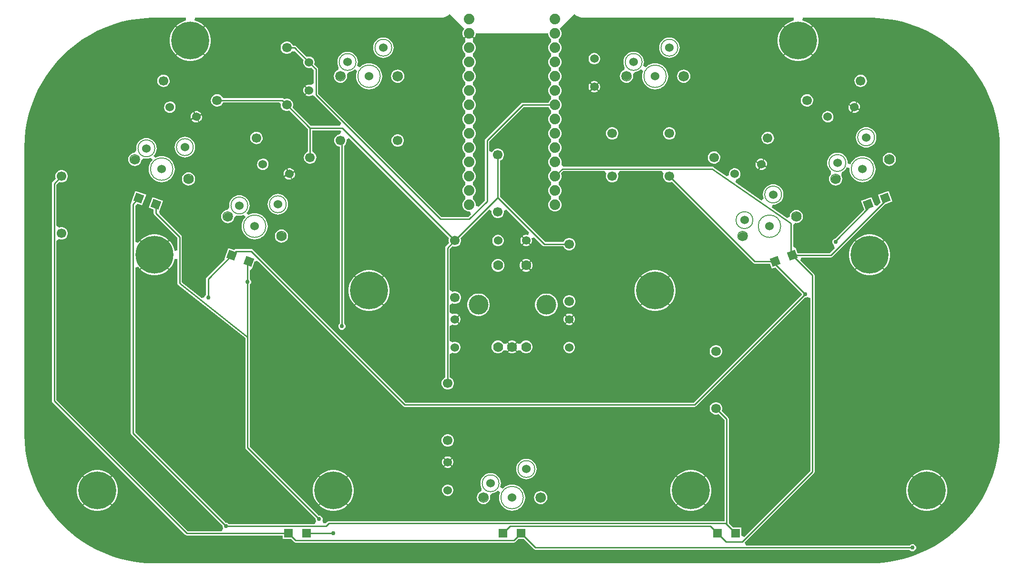
<source format=gtl>
G04*
G04 #@! TF.GenerationSoftware,Altium Limited,CircuitMaker,2.1.0 (2.1.0.4)*
G04*
G04 Layer_Physical_Order=1*
G04 Layer_Color=25308*
%FSLAX25Y25*%
%MOIN*%
G70*
G04*
G04 #@! TF.SameCoordinates,28D2FB88-65ED-4333-9925-A9BECD5D763D*
G04*
G04*
G04 #@! TF.FilePolarity,Positive*
G04*
G01*
G75*
%ADD10C,0.01000*%
%ADD26R,0.05905X0.05905*%
%ADD27P,0.08352X4X385.0*%
%ADD28P,0.08352X4X65.0*%
%ADD29C,0.00500*%
%ADD30C,0.07400*%
%ADD31C,0.06693*%
G04:AMPARAMS|DCode=32|XSize=66.93mil|YSize=60mil|CornerRadius=0mil|HoleSize=0mil|Usage=FLASHONLY|Rotation=340.000|XOffset=0mil|YOffset=0mil|HoleType=Round|Shape=Round|*
%AMOVALD32*
21,1,0.00693,0.06000,0.00000,0.00000,340.0*
1,1,0.06000,-0.00326,0.00119*
1,1,0.06000,0.00326,-0.00119*
%
%ADD32OVALD32*%

%ADD33C,0.06000*%
%ADD34C,0.07000*%
%ADD35C,0.13780*%
%ADD36C,0.26500*%
%ADD37O,0.06693X0.06000*%
G04:AMPARAMS|DCode=38|XSize=66.93mil|YSize=60mil|CornerRadius=0mil|HoleSize=0mil|Usage=FLASHONLY|Rotation=20.000|XOffset=0mil|YOffset=0mil|HoleType=Round|Shape=Round|*
%AMOVALD38*
21,1,0.00693,0.06000,0.00000,0.00000,20.0*
1,1,0.06000,-0.00326,-0.00119*
1,1,0.06000,0.00326,0.00119*
%
%ADD38OVALD38*%

%ADD39C,0.03000*%
G36*
X316677Y383323D02*
X316239Y382886D01*
X315620Y381814D01*
X315300Y380619D01*
Y379381D01*
X315620Y378186D01*
X316239Y377114D01*
X316323Y377030D01*
X319647Y380353D01*
X320000Y380000D01*
X320354Y380353D01*
X323677Y377030D01*
X323761Y377114D01*
X324380Y378186D01*
X324700Y379381D01*
Y380000D01*
X375300D01*
Y379381D01*
X375620Y378186D01*
X376239Y377114D01*
X377114Y376239D01*
X377307Y376128D01*
Y373872D01*
X377114Y373761D01*
X376239Y372886D01*
X375620Y371814D01*
X375300Y370619D01*
Y369381D01*
X375620Y368186D01*
X376239Y367114D01*
X377114Y366239D01*
X377307Y366128D01*
Y363872D01*
X377114Y363761D01*
X376239Y362886D01*
X375620Y361814D01*
X375300Y360619D01*
Y359381D01*
X375620Y358186D01*
X376239Y357114D01*
X377114Y356239D01*
X377307Y356128D01*
Y353872D01*
X377114Y353761D01*
X376239Y352886D01*
X375620Y351814D01*
X375300Y350619D01*
Y349381D01*
X375620Y348186D01*
X376239Y347114D01*
X377114Y346239D01*
X377307Y346128D01*
Y343872D01*
X377114Y343761D01*
X376239Y342886D01*
X375620Y341814D01*
X375300Y340619D01*
Y339381D01*
X375620Y338186D01*
X376239Y337114D01*
X377114Y336239D01*
X377307Y336128D01*
Y333872D01*
X377114Y333761D01*
X376239Y332886D01*
X375620Y331814D01*
X375544Y331529D01*
X357500D01*
X356915Y331413D01*
X356419Y331081D01*
X331419Y306081D01*
X331087Y305585D01*
X330971Y305000D01*
Y263134D01*
X326607Y258769D01*
X325455Y259139D01*
X324700Y259691D01*
Y260619D01*
X324380Y261814D01*
X323761Y262886D01*
X322886Y263761D01*
X322693Y263872D01*
Y266128D01*
X322886Y266239D01*
X323761Y267114D01*
X324380Y268186D01*
X324700Y269381D01*
Y270619D01*
X324380Y271814D01*
X323761Y272886D01*
X322886Y273761D01*
X322693Y273872D01*
Y276128D01*
X322886Y276239D01*
X323761Y277114D01*
X324380Y278186D01*
X324700Y279381D01*
Y280619D01*
X324380Y281814D01*
X323761Y282886D01*
X322886Y283761D01*
X322693Y283872D01*
Y286128D01*
X322886Y286239D01*
X323761Y287114D01*
X324380Y288186D01*
X324700Y289381D01*
Y290619D01*
X324380Y291814D01*
X323761Y292886D01*
X322886Y293761D01*
X322693Y293872D01*
Y296128D01*
X322886Y296239D01*
X323761Y297114D01*
X324380Y298186D01*
X324700Y299381D01*
Y300619D01*
X324380Y301814D01*
X323761Y302886D01*
X322886Y303761D01*
X322693Y303872D01*
Y306128D01*
X322886Y306239D01*
X323761Y307114D01*
X324380Y308186D01*
X324700Y309381D01*
Y310619D01*
X324380Y311814D01*
X323761Y312886D01*
X322886Y313761D01*
X322693Y313872D01*
Y316128D01*
X322886Y316239D01*
X323761Y317114D01*
X324380Y318186D01*
X324700Y319381D01*
Y320619D01*
X324380Y321814D01*
X323761Y322886D01*
X322886Y323761D01*
X322693Y323872D01*
Y326128D01*
X322886Y326239D01*
X323761Y327114D01*
X324380Y328186D01*
X324700Y329381D01*
Y330619D01*
X324380Y331814D01*
X323761Y332886D01*
X322886Y333761D01*
X322693Y333872D01*
Y336128D01*
X322886Y336239D01*
X323761Y337114D01*
X324380Y338186D01*
X324700Y339381D01*
Y340619D01*
X324380Y341814D01*
X323761Y342886D01*
X322886Y343761D01*
X322693Y343872D01*
Y346128D01*
X322886Y346239D01*
X323761Y347114D01*
X324380Y348186D01*
X324700Y349381D01*
Y350619D01*
X324380Y351814D01*
X323761Y352886D01*
X322886Y353761D01*
X322693Y353872D01*
Y356128D01*
X322886Y356239D01*
X323761Y357114D01*
X324380Y358186D01*
X324700Y359381D01*
Y360619D01*
X324380Y361814D01*
X323761Y362886D01*
X322886Y363761D01*
X322693Y363872D01*
Y366128D01*
X322886Y366239D01*
X323761Y367114D01*
X324380Y368186D01*
X324700Y369381D01*
Y370619D01*
X324380Y371814D01*
X323761Y372886D01*
X322886Y373761D01*
X322693Y373872D01*
Y376128D01*
X322886Y376239D01*
X322970Y376323D01*
X320000Y379293D01*
X317030Y376323D01*
X317114Y376239D01*
X317307Y376128D01*
Y373872D01*
X317114Y373761D01*
X316239Y372886D01*
X315620Y371814D01*
X315300Y370619D01*
Y369381D01*
X315620Y368186D01*
X316239Y367114D01*
X317114Y366239D01*
X317307Y366128D01*
Y363872D01*
X317114Y363761D01*
X316239Y362886D01*
X315620Y361814D01*
X315300Y360619D01*
Y359381D01*
X315620Y358186D01*
X316239Y357114D01*
X317114Y356239D01*
X317307Y356128D01*
Y353872D01*
X317114Y353761D01*
X316239Y352886D01*
X315620Y351814D01*
X315300Y350619D01*
Y349381D01*
X315620Y348186D01*
X316239Y347114D01*
X317114Y346239D01*
X317307Y346128D01*
Y343872D01*
X317114Y343761D01*
X316239Y342886D01*
X315620Y341814D01*
X315300Y340619D01*
Y339381D01*
X315620Y338186D01*
X316239Y337114D01*
X317114Y336239D01*
X317307Y336128D01*
Y333872D01*
X317114Y333761D01*
X316239Y332886D01*
X315620Y331814D01*
X315300Y330619D01*
Y329381D01*
X315620Y328186D01*
X316239Y327114D01*
X317114Y326239D01*
X317307Y326128D01*
Y323872D01*
X317114Y323761D01*
X316239Y322886D01*
X315620Y321814D01*
X315300Y320619D01*
Y319381D01*
X315620Y318186D01*
X316239Y317114D01*
X317114Y316239D01*
X317307Y316128D01*
Y313872D01*
X317114Y313761D01*
X316239Y312886D01*
X315620Y311814D01*
X315300Y310619D01*
Y309381D01*
X315620Y308186D01*
X316239Y307114D01*
X317114Y306239D01*
X317307Y306128D01*
Y303872D01*
X317114Y303761D01*
X316239Y302886D01*
X315620Y301814D01*
X315300Y300619D01*
Y299381D01*
X315620Y298186D01*
X316239Y297114D01*
X317114Y296239D01*
X317307Y296128D01*
Y293872D01*
X317114Y293761D01*
X316239Y292886D01*
X315620Y291814D01*
X315300Y290619D01*
Y289381D01*
X315620Y288186D01*
X316239Y287114D01*
X317114Y286239D01*
X317307Y286128D01*
Y283872D01*
X317114Y283761D01*
X316239Y282886D01*
X315620Y281814D01*
X315300Y280619D01*
Y279381D01*
X315620Y278186D01*
X316239Y277114D01*
X317114Y276239D01*
X317307Y276128D01*
Y273872D01*
X317114Y273761D01*
X316239Y272886D01*
X315620Y271814D01*
X315300Y270619D01*
Y269381D01*
X315620Y268186D01*
X316239Y267114D01*
X317114Y266239D01*
X317307Y266128D01*
Y263872D01*
X317114Y263761D01*
X316239Y262886D01*
X315620Y261814D01*
X315300Y260619D01*
Y259381D01*
X315620Y258186D01*
X316239Y257114D01*
X317114Y256239D01*
X318186Y255620D01*
X319381Y255300D01*
X320309D01*
X320861Y254545D01*
X321231Y253393D01*
X319367Y251529D01*
X300634D01*
X214329Y337834D01*
Y355043D01*
X214212Y355629D01*
X213881Y356125D01*
X211720Y358286D01*
X211727Y358299D01*
X212000Y359316D01*
Y360369D01*
X211727Y361386D01*
X211201Y362299D01*
X210456Y363043D01*
X209544Y363570D01*
X208527Y363843D01*
X207473D01*
X206456Y363570D01*
X206443Y363562D01*
X198924Y371081D01*
X198428Y371413D01*
X197843Y371529D01*
X196590D01*
X196550Y371678D01*
X195978Y372669D01*
X195169Y373478D01*
X194178Y374050D01*
X193072Y374346D01*
X191928D01*
X190822Y374050D01*
X189831Y373478D01*
X189022Y372669D01*
X188450Y371678D01*
X188154Y370572D01*
Y369428D01*
X188450Y368322D01*
X189022Y367331D01*
X189831Y366522D01*
X190822Y365950D01*
X191928Y365653D01*
X193072D01*
X194178Y365950D01*
X195169Y366522D01*
X195768Y367121D01*
X196270Y367338D01*
X198291Y367389D01*
X204280Y361400D01*
X204273Y361386D01*
X204000Y360369D01*
Y359316D01*
X204273Y358299D01*
X204799Y357386D01*
X205544Y356642D01*
X206456Y356115D01*
X207473Y355843D01*
X208527D01*
X209544Y356115D01*
X209557Y356123D01*
X211270Y354410D01*
Y345198D01*
X210225Y344403D01*
X209270Y343958D01*
X208527Y344157D01*
X207473D01*
X206456Y343885D01*
X205544Y343358D01*
X205525Y343339D01*
X208353Y340511D01*
X208000Y340157D01*
X208353Y339804D01*
X205525Y336975D01*
X205544Y336957D01*
X206456Y336430D01*
X207473Y336157D01*
X208527D01*
X209392Y336389D01*
X211031Y336575D01*
X211718Y336119D01*
Y336119D01*
X211916Y335921D01*
X230602Y317235D01*
X229773Y315235D01*
X209427D01*
X196474Y328189D01*
X196550Y328322D01*
X196846Y329428D01*
Y330572D01*
X196550Y331678D01*
X195978Y332669D01*
X195169Y333478D01*
X194178Y334050D01*
X193072Y334347D01*
X191928D01*
X190822Y334050D01*
X190689Y333974D01*
X190422Y334241D01*
X189926Y334573D01*
X189340Y334689D01*
X147877D01*
X147491Y335515D01*
X146756Y336392D01*
X145818Y337048D01*
X144743Y337440D01*
X143603Y337539D01*
X142476Y337341D01*
X141438Y336857D01*
X140562Y336121D01*
X139905Y335184D01*
X139514Y334108D01*
X139414Y332968D01*
X139613Y331841D01*
X140096Y330804D01*
X140832Y329927D01*
X141770Y329271D01*
X142845Y328879D01*
X143985Y328780D01*
X145112Y328978D01*
X146149Y329462D01*
X147026Y330198D01*
X147682Y331135D01*
X147863Y331630D01*
X187342D01*
X188154Y330572D01*
Y329428D01*
X188450Y328322D01*
X189022Y327331D01*
X189831Y326522D01*
X190822Y325950D01*
X191928Y325654D01*
X193072D01*
X194178Y325950D01*
X194311Y326027D01*
X207264Y313073D01*
Y297242D01*
X206438Y296857D01*
X205562Y296121D01*
X204905Y295184D01*
X204514Y294108D01*
X204414Y292968D01*
X204613Y291841D01*
X205097Y290804D01*
X205832Y289927D01*
X206770Y289271D01*
X207845Y288879D01*
X208985Y288780D01*
X210112Y288979D01*
X211149Y289462D01*
X212026Y290198D01*
X212683Y291135D01*
X213074Y292211D01*
X213174Y293351D01*
X212975Y294478D01*
X212491Y295515D01*
X211756Y296392D01*
X210818Y297048D01*
X210323Y297228D01*
Y312177D01*
X230090D01*
X230767Y311266D01*
X229702Y309347D01*
X229428D01*
X228322Y309050D01*
X227331Y308478D01*
X226522Y307669D01*
X225950Y306678D01*
X225654Y305572D01*
Y304428D01*
X225950Y303322D01*
X226522Y302331D01*
X227331Y301522D01*
X228322Y300950D01*
X229428Y300654D01*
X229471D01*
Y177006D01*
X228881Y176416D01*
X228500Y175497D01*
Y174503D01*
X228881Y173584D01*
X229584Y172881D01*
X230503Y172500D01*
X231497D01*
X232416Y172881D01*
X233119Y173584D01*
X233500Y174503D01*
Y175497D01*
X233119Y176416D01*
X232529Y177006D01*
Y301442D01*
X232669Y301522D01*
X233478Y302331D01*
X234050Y303322D01*
X234347Y304428D01*
Y305572D01*
X234314Y305695D01*
X236107Y306731D01*
X306027Y236811D01*
X305950Y236678D01*
X305654Y235572D01*
Y234428D01*
X305950Y233322D01*
X306027Y233189D01*
X303773Y230936D01*
X303441Y230440D01*
X303325Y229854D01*
Y139051D01*
X303322Y139050D01*
X302331Y138478D01*
X301522Y137669D01*
X300950Y136678D01*
X300654Y135572D01*
Y134428D01*
X300950Y133322D01*
X301522Y132331D01*
X302331Y131522D01*
X303322Y130950D01*
X304428Y130654D01*
X305572D01*
X306678Y130950D01*
X307669Y131522D01*
X308478Y132331D01*
X309050Y133322D01*
X309347Y134428D01*
Y135572D01*
X309050Y136678D01*
X308478Y137669D01*
X307669Y138478D01*
X306678Y139050D01*
X306384Y139129D01*
Y155433D01*
X308384Y156472D01*
X308456Y156430D01*
X309473Y156157D01*
X310527D01*
X311544Y156430D01*
X312456Y156957D01*
X313201Y157701D01*
X313727Y158614D01*
X314000Y159631D01*
Y160684D01*
X313727Y161701D01*
X313201Y162613D01*
X312456Y163358D01*
X311544Y163885D01*
X310527Y164157D01*
X309473D01*
X308456Y163885D01*
X308384Y163843D01*
X306384Y164881D01*
Y175119D01*
X308384Y176157D01*
X308456Y176115D01*
X309473Y175843D01*
X310527D01*
X311544Y176115D01*
X312456Y176642D01*
X312475Y176661D01*
X309647Y179489D01*
X310000Y179843D01*
X309647Y180196D01*
X312475Y183025D01*
X312456Y183043D01*
X311544Y183570D01*
X310527Y183843D01*
X309473D01*
X308456Y183570D01*
X308384Y183528D01*
X306384Y184567D01*
Y189760D01*
X308322Y190950D01*
X309428Y190654D01*
X310572D01*
X311678Y190950D01*
X312669Y191522D01*
X313478Y192331D01*
X314050Y193322D01*
X314347Y194428D01*
Y195572D01*
X314050Y196678D01*
X313478Y197669D01*
X312669Y198478D01*
X311678Y199050D01*
X310572Y199346D01*
X309428D01*
X308322Y199050D01*
X306384Y200240D01*
Y229221D01*
X308189Y231027D01*
X308322Y230950D01*
X309428Y230654D01*
X310572D01*
X311678Y230950D01*
X312669Y231522D01*
X313478Y232331D01*
X314050Y233322D01*
X314347Y234428D01*
Y235572D01*
X314050Y236678D01*
X313973Y236811D01*
X333893Y256731D01*
X335686Y255695D01*
X335653Y255572D01*
Y254428D01*
X335950Y253322D01*
X336522Y252331D01*
X337331Y251522D01*
X338322Y250950D01*
X339428Y250654D01*
X340572D01*
X341678Y250950D01*
X342669Y251522D01*
X343478Y252331D01*
X344050Y253322D01*
X344346Y254428D01*
Y255572D01*
X344314Y255695D01*
X346107Y256731D01*
X362029Y240808D01*
X361415Y238859D01*
X361243Y238766D01*
X360369Y239000D01*
X359316D01*
X358299Y238727D01*
X357386Y238201D01*
X357368Y238182D01*
X360196Y235353D01*
X363025Y232525D01*
X363043Y232544D01*
X363570Y233456D01*
X363843Y234473D01*
Y235527D01*
X363609Y236400D01*
X363702Y236573D01*
X365651Y237186D01*
X371419Y231419D01*
X371915Y231087D01*
X372500Y230971D01*
X385910D01*
X385950Y230822D01*
X386522Y229831D01*
X387331Y229022D01*
X388322Y228450D01*
X389428Y228153D01*
X390572D01*
X391678Y228450D01*
X392669Y229022D01*
X393478Y229831D01*
X394050Y230822D01*
X394346Y231928D01*
Y233072D01*
X394050Y234178D01*
X393478Y235169D01*
X392669Y235978D01*
X391678Y236550D01*
X390572Y236846D01*
X389428D01*
X388322Y236550D01*
X387331Y235978D01*
X386522Y235169D01*
X385950Y234178D01*
X385910Y234029D01*
X373133D01*
X341529Y265634D01*
Y290910D01*
X341678Y290950D01*
X342669Y291522D01*
X343478Y292331D01*
X344050Y293322D01*
X344346Y294428D01*
Y295572D01*
X344050Y296678D01*
X343478Y297669D01*
X342669Y298478D01*
X341678Y299050D01*
X340572Y299346D01*
X339428D01*
X338322Y299050D01*
X337331Y298478D01*
X336522Y297669D01*
X336029Y296816D01*
X335844Y296763D01*
X334029Y297734D01*
Y304366D01*
X358134Y328471D01*
X375544D01*
X375620Y328186D01*
X376239Y327114D01*
X377114Y326239D01*
X377307Y326128D01*
Y323872D01*
X377114Y323761D01*
X376239Y322886D01*
X375620Y321814D01*
X375300Y320619D01*
Y319381D01*
X375620Y318186D01*
X376239Y317114D01*
X377114Y316239D01*
X377307Y316128D01*
Y313872D01*
X377114Y313761D01*
X376239Y312886D01*
X375620Y311814D01*
X375300Y310619D01*
Y309381D01*
X375620Y308186D01*
X376239Y307114D01*
X377114Y306239D01*
X377307Y306128D01*
Y303872D01*
X377114Y303761D01*
X376239Y302886D01*
X375620Y301814D01*
X375300Y300619D01*
Y299381D01*
X375620Y298186D01*
X376239Y297114D01*
X377114Y296239D01*
X377307Y296128D01*
Y293872D01*
X377114Y293761D01*
X376239Y292886D01*
X375620Y291814D01*
X375300Y290619D01*
Y289381D01*
X375620Y288186D01*
X376239Y287114D01*
X377114Y286239D01*
X377307Y286128D01*
Y283872D01*
X377114Y283761D01*
X376239Y282886D01*
X375620Y281814D01*
X375300Y280619D01*
Y279381D01*
X375620Y278186D01*
X376239Y277114D01*
X377114Y276239D01*
X377307Y276128D01*
Y273872D01*
X377114Y273761D01*
X376239Y272886D01*
X375620Y271814D01*
X375300Y270619D01*
Y269381D01*
X375620Y268186D01*
X376239Y267114D01*
X377114Y266239D01*
X377307Y266128D01*
Y263872D01*
X377114Y263761D01*
X376239Y262886D01*
X375620Y261814D01*
X375300Y260619D01*
Y259381D01*
X375620Y258186D01*
X376239Y257114D01*
X377114Y256239D01*
X378186Y255620D01*
X379381Y255300D01*
X380619D01*
X381814Y255620D01*
X382886Y256239D01*
X383761Y257114D01*
X384380Y258186D01*
X384700Y259381D01*
Y260619D01*
X384380Y261814D01*
X383761Y262886D01*
X382886Y263761D01*
X382693Y263872D01*
Y266128D01*
X382886Y266239D01*
X383761Y267114D01*
X384380Y268186D01*
X384700Y269381D01*
Y270619D01*
X384380Y271814D01*
X383761Y272886D01*
X382886Y273761D01*
X382693Y273872D01*
Y276128D01*
X382886Y276239D01*
X383761Y277114D01*
X384380Y278186D01*
X384700Y279381D01*
Y280619D01*
X384380Y281814D01*
X384232Y282069D01*
X385779Y283616D01*
X414760D01*
X415950Y281678D01*
X415654Y280572D01*
Y279428D01*
X415950Y278322D01*
X416522Y277331D01*
X417331Y276522D01*
X418322Y275950D01*
X419428Y275654D01*
X420572D01*
X421678Y275950D01*
X422669Y276522D01*
X423478Y277331D01*
X424050Y278322D01*
X424346Y279428D01*
Y280572D01*
X424050Y281678D01*
X425240Y283616D01*
X454760D01*
X455950Y281678D01*
X455653Y280572D01*
Y279428D01*
X455950Y278322D01*
X456522Y277331D01*
X457331Y276522D01*
X458322Y275950D01*
X459428Y275654D01*
X460572D01*
X461678Y275950D01*
X461811Y276027D01*
X518573Y219264D01*
X519069Y218933D01*
X519654Y218816D01*
X530431D01*
X531718Y215279D01*
X534167Y216170D01*
X552500Y197837D01*
Y197163D01*
X476866Y121529D01*
X275634D01*
X168581Y228581D01*
X168085Y228913D01*
X167500Y229029D01*
X156926D01*
X156341Y228913D01*
X155845Y228581D01*
X155579Y228316D01*
X151718Y229721D01*
X149014Y222292D01*
X149014Y222292D01*
X149113Y221849D01*
X136419Y209155D01*
X136087Y208659D01*
X135971Y208074D01*
Y197006D01*
X135381Y196416D01*
X135038Y195589D01*
X134989Y195493D01*
X133000Y194654D01*
X119029Y205739D01*
Y237500D01*
X118913Y238085D01*
X118581Y238581D01*
X103714Y253449D01*
X103282Y255279D01*
X105986Y262708D01*
X98557Y265412D01*
X95853Y257983D01*
X99390Y256696D01*
Y254081D01*
X99506Y253495D01*
X99838Y252999D01*
X115971Y236866D01*
Y228043D01*
X113971Y227886D01*
X113899Y228337D01*
X113206Y230470D01*
X112188Y232469D01*
X110869Y234283D01*
X110430Y234723D01*
X100707Y225000D01*
X110430Y215277D01*
X110869Y215717D01*
X112188Y217531D01*
X113206Y219530D01*
X113899Y221663D01*
X113971Y222114D01*
X115971Y221957D01*
Y205000D01*
X115988Y204913D01*
X115981Y204825D01*
X116046Y204623D01*
X116087Y204415D01*
X116136Y204341D01*
X116163Y204257D01*
X116301Y204095D01*
X116419Y203919D01*
X116492Y203869D01*
X116549Y203802D01*
X163471Y166571D01*
Y90000D01*
X163587Y89415D01*
X163919Y88919D01*
X212500Y40337D01*
Y39503D01*
X212881Y38584D01*
X212935Y38529D01*
X212107Y36529D01*
X152006D01*
X151416Y37119D01*
X150497Y37500D01*
X149663D01*
X86480Y100683D01*
Y215962D01*
X88480Y216612D01*
X89131Y215717D01*
X89570Y215277D01*
X99293Y225000D01*
X89570Y234723D01*
X89131Y234283D01*
X88480Y233388D01*
X86480Y234038D01*
Y259497D01*
X88102Y260804D01*
X91443Y259588D01*
X94147Y267017D01*
X86718Y269721D01*
X84014Y262292D01*
X84014Y262292D01*
X83538Y261110D01*
X83421Y260525D01*
Y100049D01*
X83538Y99464D01*
X83869Y98968D01*
X147500Y35337D01*
Y34503D01*
X147881Y33584D01*
X147935Y33529D01*
X147107Y31529D01*
X123134D01*
X31384Y123279D01*
Y234760D01*
X33322Y235950D01*
X34428Y235653D01*
X35572D01*
X36678Y235950D01*
X37669Y236522D01*
X38478Y237331D01*
X39050Y238322D01*
X39346Y239428D01*
Y240572D01*
X39050Y241678D01*
X38478Y242669D01*
X37669Y243478D01*
X36678Y244050D01*
X35572Y244346D01*
X34428D01*
X33322Y244050D01*
X31384Y245240D01*
Y274221D01*
X33189Y276027D01*
X33322Y275950D01*
X34428Y275654D01*
X35572D01*
X36678Y275950D01*
X37669Y276522D01*
X38478Y277331D01*
X39050Y278322D01*
X39346Y279428D01*
Y280572D01*
X39050Y281678D01*
X38478Y282669D01*
X37669Y283478D01*
X36678Y284050D01*
X35572Y284347D01*
X34428D01*
X33322Y284050D01*
X32331Y283478D01*
X31522Y282669D01*
X30950Y281678D01*
X30654Y280572D01*
Y279428D01*
X30950Y278322D01*
X31027Y278189D01*
X28773Y275936D01*
X28441Y275440D01*
X28325Y274854D01*
Y122646D01*
X28441Y122060D01*
X28773Y121564D01*
X121419Y28919D01*
X121915Y28587D01*
X122500Y28471D01*
X189748D01*
Y26047D01*
X195491D01*
X197619Y23919D01*
X198116Y23587D01*
X198701Y23471D01*
X351299D01*
X351885Y23587D01*
X352381Y23919D01*
X354509Y26047D01*
X358089D01*
X365218Y18918D01*
X365714Y18587D01*
X366299Y18471D01*
X627994D01*
X628584Y17881D01*
X629503Y17500D01*
X630497D01*
X631416Y17881D01*
X632119Y18584D01*
X632500Y19503D01*
Y20497D01*
X632119Y21416D01*
X631416Y22119D01*
X630497Y22500D01*
X629503D01*
X628584Y22119D01*
X627994Y21529D01*
X513521D01*
X512692Y23529D01*
X561081Y71919D01*
X561413Y72415D01*
X561529Y73000D01*
Y210574D01*
X561413Y211159D01*
X561081Y211655D01*
X551612Y221125D01*
X552440Y223125D01*
X572897D01*
X573482Y223241D01*
X573979Y223573D01*
X610816Y260410D01*
X615986Y262292D01*
X613282Y269721D01*
X605853Y267017D01*
X607786Y261706D01*
X605441Y259361D01*
X603488Y259794D01*
X601443Y265412D01*
X594014Y262708D01*
X596157Y256820D01*
X575802Y236464D01*
X574969Y236119D01*
X574265Y235416D01*
X573885Y234497D01*
Y233503D01*
X574265Y232584D01*
X574969Y231881D01*
X575084Y231833D01*
X575692Y229786D01*
X575670Y229590D01*
X572264Y226184D01*
X549569D01*
X548282Y229721D01*
X548168Y229679D01*
X546529Y230826D01*
Y245635D01*
X546763Y246013D01*
X548406Y247234D01*
X548504Y247239D01*
X548794Y247201D01*
X549995Y247359D01*
X551114Y247822D01*
X552075Y248560D01*
X552812Y249521D01*
X553275Y250640D01*
X553434Y251840D01*
X553275Y253041D01*
X552812Y254160D01*
X552075Y255121D01*
X551114Y255858D01*
X549995Y256322D01*
X548794Y256480D01*
X547593Y256322D01*
X546474Y255858D01*
X545513Y255121D01*
X544776Y254160D01*
X544312Y253041D01*
X544154Y251840D01*
X542282Y250737D01*
X531615Y258107D01*
X532326Y260047D01*
X532556Y260024D01*
X533959Y260162D01*
X535308Y260571D01*
X536551Y261236D01*
X537641Y262130D01*
X538535Y263219D01*
X539199Y264462D01*
X539608Y265811D01*
X539747Y267214D01*
X539608Y268617D01*
X539199Y269966D01*
X538535Y271209D01*
X537641Y272298D01*
X536551Y273192D01*
X535308Y273857D01*
X533959Y274266D01*
X532556Y274404D01*
X531154Y274266D01*
X529805Y273857D01*
X528562Y273192D01*
X527472Y272298D01*
X526578Y271209D01*
X525914Y269966D01*
X525505Y268617D01*
X525366Y267214D01*
X525505Y265811D01*
X525914Y264462D01*
X524366Y263115D01*
X506221Y275652D01*
X506556Y277350D01*
X506728Y277732D01*
X507614Y278055D01*
X508477Y278659D01*
X509154Y279466D01*
X509599Y280420D01*
X509782Y281458D01*
X509690Y282507D01*
X509330Y283496D01*
X508726Y284359D01*
X507919Y285036D01*
X506964Y285481D01*
X505927Y285664D01*
X504878Y285573D01*
X503888Y285212D01*
X503025Y284608D01*
X502348Y283801D01*
X501903Y282847D01*
X501720Y281810D01*
X501778Y281152D01*
X500885Y280362D01*
X499972Y279969D01*
X490983Y286179D01*
X490936Y286227D01*
X490440Y286559D01*
X489854Y286675D01*
X385817D01*
X384955Y287581D01*
X384696Y287976D01*
X384486Y288583D01*
X384700Y289381D01*
Y290619D01*
X384380Y291814D01*
X383761Y292886D01*
X382886Y293761D01*
X382693Y293872D01*
Y296128D01*
X382886Y296239D01*
X383761Y297114D01*
X384380Y298186D01*
X384700Y299381D01*
Y300619D01*
X384380Y301814D01*
X383761Y302886D01*
X382886Y303761D01*
X382693Y303872D01*
Y306128D01*
X382886Y306239D01*
X383761Y307114D01*
X384380Y308186D01*
X384700Y309381D01*
Y310619D01*
X384380Y311814D01*
X383761Y312886D01*
X382886Y313761D01*
X382693Y313872D01*
Y316128D01*
X382886Y316239D01*
X383761Y317114D01*
X384380Y318186D01*
X384700Y319381D01*
Y320619D01*
X384380Y321814D01*
X383761Y322886D01*
X382886Y323761D01*
X382693Y323872D01*
Y326128D01*
X382886Y326239D01*
X383761Y327114D01*
X384380Y328186D01*
X384700Y329381D01*
Y330619D01*
X384380Y331814D01*
X383761Y332886D01*
X382886Y333761D01*
X382693Y333872D01*
Y336128D01*
X382886Y336239D01*
X383761Y337114D01*
X384380Y338186D01*
X384700Y339381D01*
Y340619D01*
X384380Y341814D01*
X383761Y342886D01*
X382886Y343761D01*
X382693Y343872D01*
Y346128D01*
X382886Y346239D01*
X383761Y347114D01*
X384380Y348186D01*
X384700Y349381D01*
Y350619D01*
X384380Y351814D01*
X383761Y352886D01*
X382886Y353761D01*
X382693Y353872D01*
Y356128D01*
X382886Y356239D01*
X383761Y357114D01*
X384380Y358186D01*
X384700Y359381D01*
Y360619D01*
X384380Y361814D01*
X383761Y362886D01*
X382886Y363761D01*
X382693Y363872D01*
Y366128D01*
X382886Y366239D01*
X383761Y367114D01*
X384380Y368186D01*
X384700Y369381D01*
Y370619D01*
X384380Y371814D01*
X383761Y372886D01*
X382886Y373761D01*
X382693Y373872D01*
Y376128D01*
X382886Y376239D01*
X383761Y377114D01*
X384380Y378186D01*
X384700Y379381D01*
Y380619D01*
X384380Y381814D01*
X383761Y382886D01*
X383323Y383323D01*
X393605Y393605D01*
X394976Y392481D01*
X396539Y391645D01*
X398236Y391130D01*
X400000Y390956D01*
X546868D01*
X547025Y388956D01*
X546663Y388899D01*
X544530Y388206D01*
X542531Y387188D01*
X540717Y385869D01*
X540277Y385430D01*
X550000Y375707D01*
X559723Y385430D01*
X559283Y385869D01*
X557469Y387188D01*
X555470Y388206D01*
X553337Y388899D01*
X552975Y388956D01*
X553132Y390956D01*
X600000D01*
X600000Y390956D01*
X600000Y390956D01*
X601991Y390934D01*
X605952Y390804D01*
X611878Y390220D01*
X617753Y389250D01*
X623553Y387898D01*
X629251Y386170D01*
X634824Y384072D01*
X640248Y381614D01*
X645500Y378807D01*
X650556Y375663D01*
X655397Y372194D01*
X660000Y368417D01*
X664346Y364346D01*
X668417Y360000D01*
X672194Y355397D01*
X675663Y350556D01*
X678807Y345500D01*
X681614Y340248D01*
X684072Y334824D01*
X686169Y329251D01*
X687898Y323553D01*
X689250Y317753D01*
X690220Y311878D01*
X690804Y305952D01*
X690934Y301991D01*
X690956Y300000D01*
X690956Y298001D01*
X690956Y101999D01*
X690956Y99999D01*
X690934Y98009D01*
X690804Y94048D01*
X690220Y88122D01*
X689250Y82247D01*
X687898Y76447D01*
X686169Y70749D01*
X684072Y65176D01*
X681614Y59752D01*
X678807Y54500D01*
X675663Y49444D01*
X672194Y44603D01*
X668417Y40000D01*
X664346Y35654D01*
X660000Y31583D01*
X655397Y27806D01*
X650557Y24337D01*
X645500Y21193D01*
X640248Y18386D01*
X634824Y15928D01*
X629251Y13830D01*
X623553Y12102D01*
X617754Y10750D01*
X611878Y9780D01*
X605952Y9196D01*
X600322Y9012D01*
X600000Y9044D01*
X100000D01*
X99678Y9012D01*
X94048Y9196D01*
X88122Y9780D01*
X82247Y10750D01*
X76447Y12102D01*
X70749Y13830D01*
X65176Y15928D01*
X59752Y18386D01*
X54501Y21193D01*
X49444Y24337D01*
X44603Y27806D01*
X40000Y31583D01*
X35654Y35654D01*
X31583Y40000D01*
X27806Y44603D01*
X24337Y49444D01*
X21193Y54501D01*
X18386Y59752D01*
X15928Y65176D01*
X13831Y70749D01*
X12102Y76447D01*
X10750Y82247D01*
X9780Y88122D01*
X9196Y94048D01*
X9066Y98009D01*
X9044Y100000D01*
D01*
X9044Y102000D01*
Y300000D01*
X9012Y300322D01*
X9196Y305951D01*
X9780Y311878D01*
X10750Y317753D01*
X12102Y323552D01*
X13831Y329251D01*
X15928Y334824D01*
X18386Y340248D01*
X21193Y345499D01*
X24337Y350556D01*
X27806Y355396D01*
X31583Y359999D01*
X35654Y364346D01*
X40000Y368416D01*
X44603Y372194D01*
X49444Y375662D01*
X54501Y378807D01*
X59752Y381614D01*
X65176Y384072D01*
X70749Y386169D01*
X76448Y387898D01*
X82247Y389250D01*
X88122Y390220D01*
X94048Y390804D01*
X98009Y390933D01*
X100000Y390956D01*
Y390956D01*
X100002Y390956D01*
X121868D01*
X122025Y388956D01*
X121663Y388899D01*
X119530Y388206D01*
X117531Y387188D01*
X115717Y385869D01*
X115277Y385430D01*
X125000Y375707D01*
X134723Y385430D01*
X134283Y385869D01*
X132469Y387188D01*
X130470Y388206D01*
X128337Y388899D01*
X127975Y388956D01*
X128132Y390956D01*
X300000D01*
X301764Y391130D01*
X303461Y391645D01*
X305024Y392481D01*
X306395Y393605D01*
X316677Y383323D01*
D02*
G37*
G36*
X273919Y118919D02*
X274415Y118587D01*
X275000Y118471D01*
X477500D01*
X478085Y118587D01*
X478581Y118919D01*
X554663Y195000D01*
X555497D01*
X556416Y195381D01*
X556471Y195435D01*
X558471Y194607D01*
Y73633D01*
X512252Y27415D01*
X510252Y28243D01*
Y33953D01*
X504509D01*
X501529Y36933D01*
Y110000D01*
X501413Y110585D01*
X501081Y111081D01*
X496474Y115689D01*
X496550Y115822D01*
X496846Y116928D01*
Y118072D01*
X496550Y119178D01*
X495978Y120169D01*
X495169Y120978D01*
X494178Y121550D01*
X493072Y121846D01*
X491928D01*
X490822Y121550D01*
X489831Y120978D01*
X489022Y120169D01*
X488450Y119178D01*
X488154Y118072D01*
Y116928D01*
X488450Y115822D01*
X489022Y114831D01*
X489831Y114022D01*
X490822Y113450D01*
X491928Y113154D01*
X493072D01*
X494178Y113450D01*
X494311Y113526D01*
X498471Y109367D01*
Y38529D01*
X222000D01*
X221415Y38413D01*
X220919Y38081D01*
X219741Y36904D01*
X218377Y37073D01*
X218050Y37465D01*
X217287Y38987D01*
X217500Y39503D01*
Y40497D01*
X217119Y41416D01*
X216416Y42119D01*
X215497Y42500D01*
X214663D01*
X166529Y90633D01*
Y167310D01*
Y203994D01*
X167119Y204584D01*
X167500Y205503D01*
Y206497D01*
X167119Y207416D01*
X166529Y208006D01*
Y214174D01*
X168168Y215321D01*
X168282Y215279D01*
X170121Y220331D01*
X172073Y220764D01*
X273919Y118919D01*
D02*
G37*
%LPC*%
G36*
X560430Y384723D02*
X550707Y375000D01*
X560430Y365277D01*
X560869Y365717D01*
X562188Y367531D01*
X563206Y369530D01*
X563899Y371663D01*
X564250Y373879D01*
Y376121D01*
X563899Y378337D01*
X563206Y380470D01*
X562188Y382469D01*
X560869Y384283D01*
X560430Y384723D01*
D02*
G37*
G36*
X135430D02*
X125707Y375000D01*
X135430Y365277D01*
X135869Y365717D01*
X137188Y367531D01*
X138206Y369530D01*
X138899Y371663D01*
X139250Y373879D01*
Y376121D01*
X138899Y378337D01*
X138206Y380470D01*
X137188Y382469D01*
X135869Y384283D01*
X135430Y384723D01*
D02*
G37*
G36*
X539570D02*
X539131Y384283D01*
X537812Y382469D01*
X536794Y380470D01*
X536101Y378337D01*
X535750Y376121D01*
Y373879D01*
X536101Y371663D01*
X536794Y369530D01*
X537812Y367531D01*
X539131Y365717D01*
X539570Y365277D01*
X549293Y375000D01*
X539570Y384723D01*
D02*
G37*
G36*
X114570D02*
X114131Y384283D01*
X112812Y382469D01*
X111794Y380470D01*
X111101Y378337D01*
X110750Y376121D01*
Y373879D01*
X111101Y371663D01*
X111794Y369530D01*
X112812Y367531D01*
X114131Y365717D01*
X114570Y365277D01*
X124293Y375000D01*
X114570Y384723D01*
D02*
G37*
G36*
X460000Y377190D02*
X458597Y377052D01*
X457248Y376643D01*
X456005Y375978D01*
X454916Y375084D01*
X454022Y373995D01*
X453357Y372751D01*
X452948Y371403D01*
X452810Y370000D01*
X452948Y368597D01*
X453357Y367249D01*
X454022Y366005D01*
X454916Y364916D01*
X456005Y364022D01*
X457248Y363357D01*
X458597Y362948D01*
X460000Y362810D01*
X461403Y362948D01*
X462751Y363357D01*
X463995Y364022D01*
X465084Y364916D01*
X465978Y366005D01*
X466643Y367249D01*
X467052Y368597D01*
X467190Y370000D01*
X467052Y371403D01*
X466643Y372751D01*
X465978Y373995D01*
X465084Y375084D01*
X463995Y375978D01*
X462751Y376643D01*
X461403Y377052D01*
X460000Y377190D01*
D02*
G37*
G36*
X260000D02*
X258597Y377052D01*
X257248Y376643D01*
X256005Y375978D01*
X254916Y375084D01*
X254022Y373995D01*
X253357Y372751D01*
X252948Y371403D01*
X252810Y370000D01*
X252948Y368597D01*
X253357Y367249D01*
X254022Y366005D01*
X254916Y364916D01*
X256005Y364022D01*
X257248Y363357D01*
X258597Y362948D01*
X260000Y362810D01*
X261403Y362948D01*
X262752Y363357D01*
X263995Y364022D01*
X265084Y364916D01*
X265978Y366005D01*
X266643Y367249D01*
X267052Y368597D01*
X267190Y370000D01*
X267052Y371403D01*
X266643Y372751D01*
X265978Y373995D01*
X265084Y375084D01*
X263995Y375978D01*
X262752Y376643D01*
X261403Y377052D01*
X260000Y377190D01*
D02*
G37*
G36*
X550000Y374293D02*
X540277Y364570D01*
X540717Y364131D01*
X542531Y362812D01*
X544530Y361794D01*
X546663Y361101D01*
X548878Y360750D01*
X551122D01*
X553337Y361101D01*
X555470Y361794D01*
X557469Y362812D01*
X559283Y364131D01*
X559723Y364570D01*
X550000Y374293D01*
D02*
G37*
G36*
X125000D02*
X115277Y364570D01*
X115717Y364131D01*
X117531Y362812D01*
X119530Y361794D01*
X121663Y361101D01*
X123879Y360750D01*
X126121D01*
X128337Y361101D01*
X130470Y361794D01*
X132469Y362812D01*
X134283Y364131D01*
X134723Y364570D01*
X125000Y374293D01*
D02*
G37*
G36*
X408027Y366343D02*
X406973D01*
X405956Y366070D01*
X405044Y365543D01*
X404299Y364799D01*
X403773Y363886D01*
X403500Y362869D01*
Y361816D01*
X403773Y360799D01*
X404299Y359887D01*
X405044Y359142D01*
X405956Y358615D01*
X406973Y358343D01*
X408027D01*
X409044Y358615D01*
X409956Y359142D01*
X410701Y359887D01*
X411227Y360799D01*
X411500Y361816D01*
Y362869D01*
X411227Y363886D01*
X410701Y364799D01*
X409956Y365543D01*
X409044Y366070D01*
X408027Y366343D01*
D02*
G37*
G36*
X470000Y354640D02*
X468799Y354482D01*
X467680Y354018D01*
X466719Y353281D01*
X465982Y352320D01*
X465518Y351201D01*
X465360Y350000D01*
X465518Y348799D01*
X465982Y347680D01*
X466719Y346719D01*
X467680Y345982D01*
X468799Y345518D01*
X470000Y345360D01*
X471201Y345518D01*
X472320Y345982D01*
X473281Y346719D01*
X474018Y347680D01*
X474482Y348799D01*
X474640Y350000D01*
X474482Y351201D01*
X474018Y352320D01*
X473281Y353281D01*
X472320Y354018D01*
X471201Y354482D01*
X470000Y354640D01*
D02*
G37*
G36*
X270000D02*
X268799Y354482D01*
X267680Y354018D01*
X266719Y353281D01*
X265982Y352320D01*
X265518Y351201D01*
X265360Y350000D01*
X265518Y348799D01*
X265982Y347680D01*
X266719Y346719D01*
X267680Y345982D01*
X268799Y345518D01*
X270000Y345360D01*
X271201Y345518D01*
X272320Y345982D01*
X273281Y346719D01*
X274018Y347680D01*
X274482Y348799D01*
X274640Y350000D01*
X274482Y351201D01*
X274018Y352320D01*
X273281Y353281D01*
X272320Y354018D01*
X271201Y354482D01*
X270000Y354640D01*
D02*
G37*
G36*
X408027Y346657D02*
X406973D01*
X405956Y346385D01*
X405044Y345858D01*
X405025Y345839D01*
X407500Y343365D01*
X409975Y345839D01*
X409956Y345858D01*
X409044Y346385D01*
X408027Y346657D01*
D02*
G37*
G36*
X593985Y351220D02*
X592845Y351120D01*
X591770Y350729D01*
X590832Y350073D01*
X590097Y349196D01*
X589613Y348159D01*
X589414Y347032D01*
X589514Y345892D01*
X589905Y344816D01*
X590562Y343879D01*
X591438Y343143D01*
X592476Y342659D01*
X593603Y342461D01*
X594743Y342560D01*
X595818Y342952D01*
X596756Y343608D01*
X597491Y344485D01*
X597975Y345522D01*
X598174Y346649D01*
X598074Y347789D01*
X597683Y348865D01*
X597026Y349802D01*
X596149Y350538D01*
X595112Y351022D01*
X593985Y351220D01*
D02*
G37*
G36*
X106015D02*
X104888Y351022D01*
X103851Y350538D01*
X102974Y349802D01*
X102317Y348865D01*
X101926Y347789D01*
X101826Y346649D01*
X102025Y345522D01*
X102509Y344485D01*
X103244Y343608D01*
X104182Y342952D01*
X105257Y342560D01*
X106397Y342461D01*
X107524Y342659D01*
X108562Y343143D01*
X109438Y343879D01*
X110095Y344816D01*
X110486Y345892D01*
X110586Y347032D01*
X110387Y348159D01*
X109904Y349196D01*
X109168Y350073D01*
X108230Y350729D01*
X107155Y351120D01*
X106015Y351220D01*
D02*
G37*
G36*
X435000Y367190D02*
X433597Y367052D01*
X432248Y366643D01*
X431005Y365978D01*
X429916Y365084D01*
X429022Y363995D01*
X428357Y362752D01*
X427948Y361403D01*
X427810Y360000D01*
X427948Y358597D01*
X428357Y357248D01*
X428761Y356494D01*
X428769Y356056D01*
X428471Y355029D01*
X427968Y354137D01*
X427680Y354018D01*
X426719Y353281D01*
X425982Y352320D01*
X425518Y351201D01*
X425360Y350000D01*
X425518Y348799D01*
X425982Y347680D01*
X426719Y346719D01*
X427680Y345982D01*
X428799Y345518D01*
X430000Y345360D01*
X431201Y345518D01*
X432320Y345982D01*
X433281Y346719D01*
X434018Y347680D01*
X434482Y348799D01*
X434640Y350000D01*
X434528Y350847D01*
X434631Y351274D01*
X434763Y351529D01*
X435942Y352903D01*
X436403Y352948D01*
X437751Y353357D01*
X438995Y354022D01*
X440084Y354916D01*
X441633Y353650D01*
X441552Y353499D01*
X441032Y351784D01*
X440856Y350000D01*
X441032Y348216D01*
X441552Y346501D01*
X442397Y344920D01*
X443534Y343534D01*
X444920Y342397D01*
X446501Y341552D01*
X448216Y341032D01*
X450000Y340856D01*
X451784Y341032D01*
X453499Y341552D01*
X455080Y342397D01*
X456466Y343534D01*
X457603Y344920D01*
X458448Y346501D01*
X458968Y348216D01*
X459144Y350000D01*
X458968Y351784D01*
X458448Y353499D01*
X457603Y355080D01*
X456466Y356466D01*
X455080Y357603D01*
X453499Y358448D01*
X451784Y358968D01*
X450000Y359144D01*
X448216Y358968D01*
X446501Y358448D01*
X444920Y357603D01*
X443534Y356466D01*
X443407Y356311D01*
X441643Y357248D01*
X442052Y358597D01*
X442190Y360000D01*
X442052Y361403D01*
X441643Y362752D01*
X440978Y363995D01*
X440084Y365084D01*
X438995Y365978D01*
X437751Y366643D01*
X436403Y367052D01*
X435000Y367190D01*
D02*
G37*
G36*
X235000D02*
X233597Y367052D01*
X232248Y366643D01*
X231005Y365978D01*
X229916Y365084D01*
X229022Y363995D01*
X228357Y362752D01*
X227948Y361403D01*
X227810Y360000D01*
X227948Y358597D01*
X228357Y357248D01*
X228761Y356494D01*
X228769Y356056D01*
X228471Y355029D01*
X227968Y354137D01*
X227680Y354018D01*
X226719Y353281D01*
X225982Y352320D01*
X225518Y351201D01*
X225360Y350000D01*
X225518Y348799D01*
X225982Y347680D01*
X226719Y346719D01*
X227680Y345982D01*
X228799Y345518D01*
X230000Y345360D01*
X231201Y345518D01*
X232320Y345982D01*
X233281Y346719D01*
X234018Y347680D01*
X234482Y348799D01*
X234640Y350000D01*
X234528Y350847D01*
X234631Y351274D01*
X234763Y351529D01*
X235942Y352903D01*
X236403Y352948D01*
X237752Y353357D01*
X238995Y354022D01*
X240084Y354916D01*
X241633Y353650D01*
X241552Y353499D01*
X241032Y351784D01*
X240856Y350000D01*
X241032Y348216D01*
X241552Y346501D01*
X242397Y344920D01*
X243534Y343534D01*
X244920Y342397D01*
X246501Y341552D01*
X248216Y341032D01*
X250000Y340856D01*
X251784Y341032D01*
X253499Y341552D01*
X255080Y342397D01*
X256466Y343534D01*
X257603Y344920D01*
X258448Y346501D01*
X258968Y348216D01*
X259144Y350000D01*
X258968Y351784D01*
X258448Y353499D01*
X257603Y355080D01*
X256466Y356466D01*
X255080Y357603D01*
X253499Y358448D01*
X251784Y358968D01*
X250000Y359144D01*
X248216Y358968D01*
X246501Y358448D01*
X244920Y357603D01*
X243534Y356466D01*
X243407Y356311D01*
X241643Y357248D01*
X242052Y358597D01*
X242190Y360000D01*
X242052Y361403D01*
X241643Y362752D01*
X240978Y363995D01*
X240084Y365084D01*
X238995Y365978D01*
X237752Y366643D01*
X236403Y367052D01*
X235000Y367190D01*
D02*
G37*
G36*
X404318Y345132D02*
X404299Y345113D01*
X403773Y344201D01*
X403500Y343184D01*
Y342131D01*
X403773Y341113D01*
X404299Y340201D01*
X404318Y340182D01*
X406793Y342657D01*
X404318Y345132D01*
D02*
G37*
G36*
X410682D02*
X408207Y342657D01*
X410682Y340182D01*
X410701Y340201D01*
X411227Y341113D01*
X411500Y342131D01*
Y343184D01*
X411227Y344201D01*
X410701Y345113D01*
X410682Y345132D01*
D02*
G37*
G36*
X407500Y341950D02*
X405025Y339475D01*
X405044Y339457D01*
X405956Y338930D01*
X406973Y338657D01*
X408027D01*
X409044Y338930D01*
X409956Y339457D01*
X409975Y339475D01*
X407500Y341950D01*
D02*
G37*
G36*
X204818Y342632D02*
X204799Y342614D01*
X204273Y341701D01*
X204000Y340684D01*
Y339631D01*
X204273Y338614D01*
X204799Y337701D01*
X204818Y337683D01*
X207293Y340157D01*
X204818Y342632D01*
D02*
G37*
G36*
X589425Y332397D02*
X588376Y332305D01*
X587386Y331945D01*
X586523Y331341D01*
X585846Y330534D01*
X585835Y330510D01*
X589007Y329031D01*
X590486Y332203D01*
X590462Y332214D01*
X589425Y332397D01*
D02*
G37*
G36*
X556397Y337539D02*
X555257Y337440D01*
X554182Y337048D01*
X553244Y336392D01*
X552509Y335515D01*
X552025Y334478D01*
X551826Y333351D01*
X551926Y332211D01*
X552317Y331135D01*
X552974Y330198D01*
X553851Y329462D01*
X554888Y328978D01*
X556015Y328780D01*
X557155Y328879D01*
X558230Y329271D01*
X559168Y329927D01*
X559903Y330804D01*
X560387Y331841D01*
X560586Y332968D01*
X560486Y334108D01*
X560095Y335184D01*
X559438Y336121D01*
X558562Y336857D01*
X557524Y337341D01*
X556397Y337539D01*
D02*
G37*
G36*
X591393Y331780D02*
X589913Y328608D01*
X593085Y327129D01*
X593097Y327153D01*
X593280Y328190D01*
X593188Y329240D01*
X592828Y330229D01*
X592224Y331092D01*
X591417Y331769D01*
X591393Y331780D01*
D02*
G37*
G36*
X585412Y329604D02*
X585401Y329580D01*
X585218Y328542D01*
X585310Y327493D01*
X585670Y326503D01*
X586274Y325641D01*
X587081Y324964D01*
X587105Y324953D01*
X588585Y328125D01*
X585412Y329604D01*
D02*
G37*
G36*
X589491Y327702D02*
X588012Y324530D01*
X588036Y324519D01*
X589073Y324336D01*
X590122Y324428D01*
X591112Y324788D01*
X591975Y325392D01*
X592652Y326199D01*
X592663Y326223D01*
X589491Y327702D01*
D02*
G37*
G36*
X110575Y332397D02*
X109538Y332214D01*
X108583Y331769D01*
X107776Y331092D01*
X107172Y330229D01*
X106812Y329240D01*
X106720Y328190D01*
X106903Y327153D01*
X107348Y326199D01*
X108025Y325392D01*
X108888Y324788D01*
X109878Y324428D01*
X110927Y324336D01*
X111964Y324519D01*
X112919Y324964D01*
X113726Y325641D01*
X114330Y326503D01*
X114690Y327493D01*
X114782Y328542D01*
X114599Y329580D01*
X114154Y330534D01*
X113477Y331341D01*
X112614Y331945D01*
X111624Y332305D01*
X110575Y332397D01*
D02*
G37*
G36*
X129073Y325664D02*
X128036Y325481D01*
X128012Y325470D01*
X129491Y322298D01*
X132663Y323777D01*
X132652Y323801D01*
X131975Y324608D01*
X131112Y325212D01*
X130122Y325572D01*
X129073Y325664D01*
D02*
G37*
G36*
X127105Y325047D02*
X127081Y325036D01*
X126274Y324359D01*
X125670Y323497D01*
X125310Y322507D01*
X125218Y321458D01*
X125401Y320420D01*
X125412Y320396D01*
X128585Y321875D01*
X127105Y325047D01*
D02*
G37*
G36*
X133086Y322871D02*
X129913Y321392D01*
X131393Y318220D01*
X131417Y318231D01*
X132223Y318908D01*
X132828Y319771D01*
X133188Y320760D01*
X133280Y321810D01*
X133097Y322847D01*
X133086Y322871D01*
D02*
G37*
G36*
X570927Y325664D02*
X569878Y325572D01*
X568888Y325212D01*
X568025Y324608D01*
X567348Y323801D01*
X566903Y322847D01*
X566720Y321810D01*
X566812Y320760D01*
X567172Y319771D01*
X567776Y318908D01*
X568583Y318231D01*
X569538Y317786D01*
X570575Y317603D01*
X571624Y317695D01*
X572614Y318055D01*
X573477Y318659D01*
X574154Y319466D01*
X574599Y320420D01*
X574782Y321458D01*
X574690Y322507D01*
X574330Y323497D01*
X573726Y324359D01*
X572919Y325036D01*
X571964Y325481D01*
X570927Y325664D01*
D02*
G37*
G36*
X129007Y320969D02*
X125835Y319490D01*
X125846Y319466D01*
X126523Y318659D01*
X127386Y318055D01*
X128376Y317695D01*
X129425Y317603D01*
X130462Y317786D01*
X130486Y317797D01*
X129007Y320969D01*
D02*
G37*
G36*
X460572Y314347D02*
X459428D01*
X458322Y314050D01*
X457331Y313478D01*
X456522Y312669D01*
X455950Y311678D01*
X455653Y310572D01*
Y309428D01*
X455950Y308322D01*
X456522Y307331D01*
X457331Y306522D01*
X458322Y305950D01*
X459428Y305654D01*
X460572D01*
X461678Y305950D01*
X462669Y306522D01*
X463478Y307331D01*
X464050Y308322D01*
X464347Y309428D01*
Y310572D01*
X464050Y311678D01*
X463478Y312669D01*
X462669Y313478D01*
X461678Y314050D01*
X460572Y314347D01*
D02*
G37*
G36*
X420572D02*
X419428D01*
X418322Y314050D01*
X417331Y313478D01*
X416522Y312669D01*
X415950Y311678D01*
X415654Y310572D01*
Y309428D01*
X415950Y308322D01*
X416522Y307331D01*
X417331Y306522D01*
X418322Y305950D01*
X419428Y305654D01*
X420572D01*
X421678Y305950D01*
X422669Y306522D01*
X423478Y307331D01*
X424050Y308322D01*
X424346Y309428D01*
Y310572D01*
X424050Y311678D01*
X423478Y312669D01*
X422669Y313478D01*
X421678Y314050D01*
X420572Y314347D01*
D02*
G37*
G36*
X528985Y311220D02*
X527845Y311121D01*
X526770Y310729D01*
X525832Y310073D01*
X525097Y309196D01*
X524613Y308159D01*
X524414Y307032D01*
X524514Y305892D01*
X524905Y304816D01*
X525562Y303879D01*
X526439Y303143D01*
X527476Y302659D01*
X528603Y302461D01*
X529743Y302560D01*
X530818Y302952D01*
X531756Y303608D01*
X532491Y304485D01*
X532975Y305522D01*
X533174Y306649D01*
X533074Y307789D01*
X532683Y308865D01*
X532026Y309802D01*
X531149Y310538D01*
X530112Y311021D01*
X528985Y311220D01*
D02*
G37*
G36*
X171015D02*
X169888Y311021D01*
X168851Y310538D01*
X167974Y309802D01*
X167317Y308865D01*
X166926Y307789D01*
X166826Y306649D01*
X167025Y305522D01*
X167509Y304485D01*
X168244Y303608D01*
X169182Y302952D01*
X170257Y302560D01*
X171397Y302461D01*
X172524Y302659D01*
X173562Y303143D01*
X174438Y303879D01*
X175095Y304816D01*
X175486Y305892D01*
X175586Y307032D01*
X175387Y308159D01*
X174904Y309196D01*
X174168Y310073D01*
X173230Y310729D01*
X172155Y311121D01*
X171015Y311220D01*
D02*
G37*
G36*
X270572Y309347D02*
X269428D01*
X268322Y309050D01*
X267331Y308478D01*
X266522Y307669D01*
X265950Y306678D01*
X265653Y305572D01*
Y304428D01*
X265950Y303322D01*
X266522Y302331D01*
X267331Y301522D01*
X268322Y300950D01*
X269428Y300654D01*
X270572D01*
X271678Y300950D01*
X272669Y301522D01*
X273478Y302331D01*
X274050Y303322D01*
X274346Y304428D01*
Y305572D01*
X274050Y306678D01*
X273478Y307669D01*
X272669Y308478D01*
X271678Y309050D01*
X270572Y309347D01*
D02*
G37*
G36*
X597556Y314404D02*
X596154Y314266D01*
X594805Y313857D01*
X593562Y313192D01*
X592472Y312298D01*
X591578Y311209D01*
X590914Y309966D01*
X590505Y308617D01*
X590366Y307214D01*
X590505Y305811D01*
X590914Y304463D01*
X591578Y303219D01*
X592472Y302130D01*
X593562Y301236D01*
X594805Y300571D01*
X596154Y300162D01*
X597556Y300024D01*
X598959Y300162D01*
X600308Y300571D01*
X601551Y301236D01*
X602641Y302130D01*
X603535Y303219D01*
X604199Y304463D01*
X604608Y305811D01*
X604747Y307214D01*
X604608Y308617D01*
X604199Y309966D01*
X603535Y311209D01*
X602641Y312298D01*
X601551Y313192D01*
X600308Y313857D01*
X598959Y314266D01*
X597556Y314404D01*
D02*
G37*
G36*
X121237Y307564D02*
X119835Y307426D01*
X118486Y307016D01*
X117243Y306352D01*
X116153Y305458D01*
X115259Y304368D01*
X114594Y303125D01*
X114185Y301776D01*
X114047Y300374D01*
X114185Y298971D01*
X114594Y297622D01*
X115259Y296379D01*
X116153Y295289D01*
X117243Y294395D01*
X118486Y293731D01*
X119835Y293322D01*
X121237Y293183D01*
X122640Y293322D01*
X123989Y293731D01*
X125232Y294395D01*
X126321Y295289D01*
X127216Y296379D01*
X127880Y297622D01*
X128289Y298971D01*
X128427Y300374D01*
X128289Y301776D01*
X127880Y303125D01*
X127216Y304368D01*
X126321Y305458D01*
X125232Y306352D01*
X123989Y307016D01*
X122640Y307426D01*
X121237Y307564D01*
D02*
G37*
G36*
X524425Y292397D02*
X523376Y292305D01*
X522386Y291945D01*
X521523Y291341D01*
X520846Y290534D01*
X520835Y290510D01*
X524007Y289031D01*
X525486Y292203D01*
X525462Y292214D01*
X524425Y292397D01*
D02*
G37*
G36*
X491397Y297539D02*
X490257Y297440D01*
X489182Y297048D01*
X488244Y296392D01*
X487509Y295515D01*
X487025Y294478D01*
X486826Y293351D01*
X486926Y292211D01*
X487317Y291135D01*
X487974Y290198D01*
X488851Y289462D01*
X489888Y288979D01*
X491015Y288780D01*
X492155Y288879D01*
X493230Y289271D01*
X494168Y289927D01*
X494903Y290804D01*
X495387Y291841D01*
X495586Y292968D01*
X495486Y294108D01*
X495095Y295184D01*
X494438Y296121D01*
X493562Y296857D01*
X492524Y297341D01*
X491397Y297539D01*
D02*
G37*
G36*
X613794Y296480D02*
X612593Y296322D01*
X611474Y295859D01*
X610513Y295121D01*
X609776Y294160D01*
X609312Y293041D01*
X609154Y291840D01*
X609312Y290640D01*
X609776Y289521D01*
X610513Y288560D01*
X611474Y287822D01*
X612593Y287359D01*
X613794Y287201D01*
X614995Y287359D01*
X616114Y287822D01*
X617075Y288560D01*
X617812Y289521D01*
X618275Y290640D01*
X618434Y291840D01*
X618275Y293041D01*
X617812Y294160D01*
X617075Y295121D01*
X616114Y295859D01*
X614995Y296322D01*
X613794Y296480D01*
D02*
G37*
G36*
X526393Y291780D02*
X524913Y288608D01*
X528086Y287129D01*
X528097Y287153D01*
X528280Y288190D01*
X528188Y289240D01*
X527828Y290229D01*
X527223Y291092D01*
X526417Y291769D01*
X526393Y291780D01*
D02*
G37*
G36*
X520412Y289604D02*
X520401Y289580D01*
X520218Y288542D01*
X520310Y287493D01*
X520670Y286504D01*
X521274Y285641D01*
X522081Y284964D01*
X522105Y284952D01*
X523585Y288125D01*
X520412Y289604D01*
D02*
G37*
G36*
X524491Y287702D02*
X523012Y284530D01*
X523036Y284519D01*
X524073Y284336D01*
X525122Y284427D01*
X526112Y284788D01*
X526975Y285392D01*
X527652Y286199D01*
X527663Y286223D01*
X524491Y287702D01*
D02*
G37*
G36*
X175575Y292397D02*
X174538Y292214D01*
X173583Y291769D01*
X172776Y291092D01*
X172172Y290229D01*
X171812Y289240D01*
X171720Y288190D01*
X171903Y287153D01*
X172348Y286199D01*
X173025Y285392D01*
X173888Y284788D01*
X174878Y284427D01*
X175927Y284336D01*
X176964Y284519D01*
X177919Y284964D01*
X178726Y285641D01*
X179330Y286504D01*
X179690Y287493D01*
X179782Y288542D01*
X179599Y289580D01*
X179154Y290534D01*
X178477Y291341D01*
X177614Y291945D01*
X176624Y292305D01*
X175575Y292397D01*
D02*
G37*
G36*
X194073Y285664D02*
X193036Y285481D01*
X193012Y285470D01*
X194491Y282298D01*
X197663Y283777D01*
X197652Y283801D01*
X196975Y284608D01*
X196112Y285212D01*
X195122Y285573D01*
X194073Y285664D01*
D02*
G37*
G36*
X192105Y285048D02*
X192081Y285036D01*
X191274Y284359D01*
X190670Y283496D01*
X190310Y282507D01*
X190218Y281458D01*
X190401Y280420D01*
X190412Y280396D01*
X193585Y281875D01*
X192105Y285048D01*
D02*
G37*
G36*
X198085Y282871D02*
X194913Y281392D01*
X196393Y278220D01*
X196417Y278231D01*
X197223Y278908D01*
X197828Y279771D01*
X198188Y280760D01*
X198280Y281810D01*
X198097Y282847D01*
X198085Y282871D01*
D02*
G37*
G36*
X194007Y280969D02*
X190835Y279490D01*
X190846Y279466D01*
X191523Y278659D01*
X192386Y278055D01*
X193376Y277695D01*
X194425Y277603D01*
X195462Y277786D01*
X195486Y277797D01*
X194007Y280969D01*
D02*
G37*
G36*
X577484Y296457D02*
X576082Y296319D01*
X574733Y295909D01*
X573490Y295245D01*
X572400Y294351D01*
X571506Y293261D01*
X570842Y292018D01*
X570432Y290669D01*
X570294Y289267D01*
X570432Y287864D01*
X570842Y286515D01*
X571506Y285272D01*
X572400Y284182D01*
X572850Y283813D01*
X572996Y281672D01*
X572950Y281521D01*
X572861Y281357D01*
X572188Y280479D01*
X571725Y279360D01*
X571566Y278160D01*
X571725Y276959D01*
X572188Y275840D01*
X572925Y274879D01*
X573886Y274142D01*
X575005Y273678D01*
X576206Y273520D01*
X577407Y273678D01*
X578526Y274142D01*
X579487Y274879D01*
X580224Y275840D01*
X580688Y276959D01*
X580846Y278160D01*
X580688Y279360D01*
X580224Y280479D01*
X580193Y280521D01*
X580209Y281337D01*
X580680Y282805D01*
X580772Y282910D01*
X581479Y283288D01*
X582569Y284182D01*
X583463Y285272D01*
X584127Y286515D01*
X585935Y285806D01*
X585856Y285000D01*
X586032Y283216D01*
X586552Y281501D01*
X587397Y279920D01*
X588534Y278534D01*
X589920Y277397D01*
X591501Y276552D01*
X593216Y276032D01*
X595000Y275856D01*
X596784Y276032D01*
X598499Y276552D01*
X600080Y277397D01*
X601466Y278534D01*
X602603Y279920D01*
X603448Y281501D01*
X603968Y283216D01*
X604144Y285000D01*
X603968Y286784D01*
X603448Y288499D01*
X602603Y290080D01*
X601466Y291466D01*
X600080Y292603D01*
X598499Y293448D01*
X596784Y293968D01*
X595000Y294144D01*
X593216Y293968D01*
X591501Y293448D01*
X589920Y292603D01*
X588534Y291466D01*
X587397Y290080D01*
X586552Y288499D01*
X584659Y289105D01*
X584675Y289267D01*
X584536Y290669D01*
X584127Y292018D01*
X583463Y293261D01*
X582569Y294351D01*
X581479Y295245D01*
X580236Y295909D01*
X578887Y296319D01*
X577484Y296457D01*
D02*
G37*
G36*
X94325Y306717D02*
X92922Y306579D01*
X91573Y306170D01*
X90330Y305506D01*
X89241Y304611D01*
X88346Y303522D01*
X87682Y302279D01*
X87273Y300930D01*
X87135Y299527D01*
X87250Y298360D01*
X87018Y297826D01*
X85702Y296414D01*
X85005Y296322D01*
X83886Y295859D01*
X82925Y295121D01*
X82188Y294160D01*
X81725Y293041D01*
X81566Y291840D01*
X81725Y290640D01*
X82188Y289521D01*
X82925Y288560D01*
X83886Y287822D01*
X85005Y287359D01*
X86206Y287201D01*
X87407Y287359D01*
X88526Y287822D01*
X89487Y288560D01*
X90224Y289521D01*
X90688Y290640D01*
X90750Y291109D01*
X90786Y291187D01*
X92236Y292331D01*
X92774Y292520D01*
X92922Y292475D01*
X94325Y292337D01*
X95727Y292475D01*
X97076Y292884D01*
X97246Y292975D01*
X98534Y291466D01*
X97397Y290080D01*
X96552Y288499D01*
X96032Y286784D01*
X95856Y285000D01*
X96032Y283216D01*
X96552Y281501D01*
X97397Y279920D01*
X98534Y278534D01*
X99920Y277397D01*
X101501Y276552D01*
X103216Y276032D01*
X105000Y275856D01*
X106784Y276032D01*
X108499Y276552D01*
X110080Y277397D01*
X111466Y278534D01*
X112603Y279920D01*
X113448Y281501D01*
X113968Y283216D01*
X114144Y285000D01*
X113968Y286784D01*
X113448Y288499D01*
X112603Y290080D01*
X111466Y291466D01*
X110080Y292603D01*
X108499Y293448D01*
X106784Y293968D01*
X105000Y294144D01*
X103216Y293968D01*
X101501Y293448D01*
X100761Y293053D01*
X99409Y294443D01*
X100303Y295533D01*
X100968Y296776D01*
X101377Y298125D01*
X101515Y299527D01*
X101377Y300930D01*
X100968Y302279D01*
X100303Y303522D01*
X99409Y304611D01*
X98319Y305506D01*
X97076Y306170D01*
X95727Y306579D01*
X94325Y306717D01*
D02*
G37*
G36*
X123794Y282799D02*
X122593Y282641D01*
X121474Y282178D01*
X120513Y281440D01*
X119776Y280479D01*
X119312Y279360D01*
X119154Y278160D01*
X119312Y276959D01*
X119776Y275840D01*
X120513Y274879D01*
X121474Y274142D01*
X122593Y273678D01*
X123794Y273520D01*
X124995Y273678D01*
X126114Y274142D01*
X127075Y274879D01*
X127812Y275840D01*
X128276Y276959D01*
X128434Y278160D01*
X128276Y279360D01*
X127812Y280479D01*
X127075Y281440D01*
X126114Y282178D01*
X124995Y282641D01*
X123794Y282799D01*
D02*
G37*
G36*
X186237Y267564D02*
X184835Y267426D01*
X183486Y267017D01*
X182243Y266352D01*
X181153Y265458D01*
X180259Y264368D01*
X179595Y263125D01*
X179185Y261776D01*
X179047Y260374D01*
X179185Y258971D01*
X179595Y257622D01*
X180259Y256379D01*
X181153Y255290D01*
X182243Y254395D01*
X183486Y253731D01*
X184835Y253322D01*
X186237Y253184D01*
X187640Y253322D01*
X188989Y253731D01*
X190232Y254395D01*
X191322Y255290D01*
X192216Y256379D01*
X192880Y257622D01*
X193289Y258971D01*
X193427Y260374D01*
X193289Y261776D01*
X192880Y263125D01*
X192216Y264368D01*
X191322Y265458D01*
X190232Y266352D01*
X188989Y267017D01*
X187640Y267426D01*
X186237Y267564D01*
D02*
G37*
G36*
X159325Y266717D02*
X157922Y266579D01*
X156573Y266170D01*
X155330Y265506D01*
X154241Y264611D01*
X153347Y263522D01*
X152682Y262279D01*
X152273Y260930D01*
X152135Y259527D01*
X152250Y258360D01*
X152018Y257826D01*
X150702Y256414D01*
X150005Y256322D01*
X148886Y255858D01*
X147925Y255121D01*
X147188Y254160D01*
X146724Y253041D01*
X146566Y251840D01*
X146724Y250640D01*
X147188Y249521D01*
X147925Y248560D01*
X148886Y247822D01*
X150005Y247359D01*
X151206Y247201D01*
X152407Y247359D01*
X153526Y247822D01*
X154487Y248560D01*
X155224Y249521D01*
X155688Y250640D01*
X155749Y251109D01*
X155786Y251187D01*
X157236Y252331D01*
X157774Y252520D01*
X157922Y252475D01*
X159325Y252337D01*
X160728Y252475D01*
X162076Y252884D01*
X162246Y252975D01*
X163534Y251466D01*
X162397Y250080D01*
X161552Y248499D01*
X161032Y246784D01*
X160856Y245000D01*
X161032Y243216D01*
X161552Y241501D01*
X162397Y239920D01*
X163534Y238534D01*
X164920Y237397D01*
X166501Y236552D01*
X168216Y236032D01*
X170000Y235856D01*
X171784Y236032D01*
X173499Y236552D01*
X175080Y237397D01*
X176466Y238534D01*
X177603Y239920D01*
X178448Y241501D01*
X178968Y243216D01*
X179144Y245000D01*
X178968Y246784D01*
X178448Y248499D01*
X177603Y250080D01*
X176466Y251466D01*
X175080Y252603D01*
X173499Y253448D01*
X171784Y253968D01*
X170000Y254144D01*
X168216Y253968D01*
X166501Y253448D01*
X165761Y253053D01*
X164409Y254443D01*
X165303Y255533D01*
X165968Y256776D01*
X166377Y258124D01*
X166515Y259527D01*
X166377Y260930D01*
X165968Y262279D01*
X165303Y263522D01*
X164409Y264611D01*
X163319Y265506D01*
X162076Y266170D01*
X160728Y266579D01*
X159325Y266717D01*
D02*
G37*
G36*
X188794Y242799D02*
X187593Y242641D01*
X186474Y242178D01*
X185513Y241440D01*
X184776Y240479D01*
X184312Y239360D01*
X184154Y238160D01*
X184312Y236959D01*
X184776Y235840D01*
X185513Y234879D01*
X186474Y234141D01*
X187593Y233678D01*
X188794Y233520D01*
X189995Y233678D01*
X191114Y234141D01*
X192075Y234879D01*
X192812Y235840D01*
X193275Y236959D01*
X193434Y238160D01*
X193275Y239360D01*
X192812Y240479D01*
X192075Y241440D01*
X191114Y242178D01*
X189995Y242641D01*
X188794Y242799D01*
D02*
G37*
G36*
X356661Y237475D02*
X356642Y237456D01*
X356115Y236544D01*
X355843Y235527D01*
Y234473D01*
X356115Y233456D01*
X356642Y232544D01*
X356661Y232525D01*
X359136Y235000D01*
X356661Y237475D01*
D02*
G37*
G36*
X359843Y234293D02*
X357368Y231818D01*
X357386Y231799D01*
X358299Y231273D01*
X359316Y231000D01*
X360369D01*
X361386Y231273D01*
X362299Y231799D01*
X362317Y231818D01*
X359843Y234293D01*
D02*
G37*
G36*
X340684Y239000D02*
X339631D01*
X338614Y238727D01*
X337701Y238201D01*
X336957Y237456D01*
X336430Y236544D01*
X336157Y235527D01*
Y234473D01*
X336430Y233456D01*
X336957Y232544D01*
X337701Y231799D01*
X338614Y231273D01*
X339631Y231000D01*
X340684D01*
X341701Y231273D01*
X342614Y231799D01*
X343358Y232544D01*
X343885Y233456D01*
X344157Y234473D01*
Y235527D01*
X343885Y236544D01*
X343358Y237456D01*
X342614Y238201D01*
X341701Y238727D01*
X340684Y239000D01*
D02*
G37*
G36*
X601122Y239250D02*
X598878D01*
X596663Y238899D01*
X594530Y238206D01*
X592531Y237188D01*
X590717Y235869D01*
X590277Y235430D01*
X600000Y225707D01*
X609723Y235430D01*
X609283Y235869D01*
X607469Y237188D01*
X605470Y238206D01*
X603337Y238899D01*
X601122Y239250D01*
D02*
G37*
G36*
X101121D02*
X98879D01*
X96663Y238899D01*
X94530Y238206D01*
X92531Y237188D01*
X90717Y235869D01*
X90277Y235430D01*
X100000Y225707D01*
X109723Y235430D01*
X109283Y235869D01*
X107469Y237188D01*
X105470Y238206D01*
X103337Y238899D01*
X101121Y239250D01*
D02*
G37*
G36*
X360435Y222059D02*
X359250D01*
X358106Y221752D01*
X357080Y221160D01*
X357014Y221095D01*
X359842Y218266D01*
X362671Y221095D01*
X362606Y221160D01*
X361579Y221752D01*
X360435Y222059D01*
D02*
G37*
G36*
X610430Y234723D02*
X600707Y225000D01*
X610430Y215277D01*
X610869Y215717D01*
X612188Y217531D01*
X613206Y219530D01*
X613899Y221663D01*
X614250Y223879D01*
Y226121D01*
X613899Y228337D01*
X613206Y230470D01*
X612188Y232469D01*
X610869Y234283D01*
X610430Y234723D01*
D02*
G37*
G36*
X589570D02*
X589131Y234283D01*
X587812Y232469D01*
X586794Y230470D01*
X586101Y228337D01*
X585750Y226121D01*
Y223879D01*
X586101Y221663D01*
X586794Y219530D01*
X587812Y217531D01*
X589131Y215717D01*
X589570Y215277D01*
X599293Y225000D01*
X589570Y234723D01*
D02*
G37*
G36*
X363378Y220388D02*
X360550Y217559D01*
X363378Y214731D01*
X363443Y214796D01*
X364036Y215822D01*
X364342Y216967D01*
Y218151D01*
X364036Y219296D01*
X363443Y220322D01*
X363378Y220388D01*
D02*
G37*
G36*
X356307D02*
X356242Y220322D01*
X355649Y219296D01*
X355343Y218151D01*
Y216967D01*
X355649Y215822D01*
X356242Y214796D01*
X356307Y214731D01*
X359135Y217559D01*
X356307Y220388D01*
D02*
G37*
G36*
X359842Y216852D02*
X357014Y214023D01*
X357080Y213958D01*
X358106Y213366D01*
X359250Y213059D01*
X360435D01*
X361579Y213366D01*
X362606Y213958D01*
X362671Y214023D01*
X359842Y216852D01*
D02*
G37*
G36*
X340750Y222059D02*
X339565D01*
X338421Y221752D01*
X337394Y221160D01*
X336557Y220322D01*
X335964Y219296D01*
X335658Y218151D01*
Y216967D01*
X335964Y215822D01*
X336557Y214796D01*
X337394Y213958D01*
X338421Y213366D01*
X339565Y213059D01*
X340750D01*
X341894Y213366D01*
X342920Y213958D01*
X343758Y214796D01*
X344351Y215822D01*
X344657Y216967D01*
Y218151D01*
X344351Y219296D01*
X343758Y220322D01*
X342920Y221160D01*
X341894Y221752D01*
X340750Y222059D01*
D02*
G37*
G36*
X600000Y224293D02*
X590277Y214570D01*
X590717Y214131D01*
X592531Y212812D01*
X594530Y211794D01*
X596663Y211101D01*
X598878Y210750D01*
X601122D01*
X603337Y211101D01*
X605470Y211794D01*
X607469Y212812D01*
X609283Y214131D01*
X609723Y214570D01*
X600000Y224293D01*
D02*
G37*
G36*
X100000D02*
X90277Y214570D01*
X90717Y214131D01*
X92531Y212812D01*
X94530Y211794D01*
X96663Y211101D01*
X98879Y210750D01*
X101121D01*
X103337Y211101D01*
X105470Y211794D01*
X107469Y212812D01*
X109283Y214131D01*
X109723Y214570D01*
X100000Y224293D01*
D02*
G37*
G36*
X451122Y214250D02*
X448878D01*
X446663Y213899D01*
X444530Y213206D01*
X442531Y212188D01*
X440717Y210869D01*
X440277Y210430D01*
X450000Y200707D01*
X459723Y210430D01*
X459283Y210869D01*
X457469Y212188D01*
X455470Y213206D01*
X453337Y213899D01*
X451122Y214250D01*
D02*
G37*
G36*
X251121D02*
X248879D01*
X246663Y213899D01*
X244530Y213206D01*
X242531Y212188D01*
X240717Y210869D01*
X240277Y210430D01*
X250000Y200707D01*
X259723Y210430D01*
X259283Y210869D01*
X257469Y212188D01*
X255470Y213206D01*
X253337Y213899D01*
X251121Y214250D01*
D02*
G37*
G36*
X460430Y209723D02*
X450707Y200000D01*
X460430Y190277D01*
X460869Y190717D01*
X462188Y192531D01*
X463206Y194530D01*
X463899Y196663D01*
X464250Y198879D01*
Y201121D01*
X463899Y203337D01*
X463206Y205470D01*
X462188Y207469D01*
X460869Y209283D01*
X460430Y209723D01*
D02*
G37*
G36*
X260430D02*
X250707Y200000D01*
X260430Y190277D01*
X260869Y190717D01*
X262188Y192531D01*
X263206Y194530D01*
X263899Y196663D01*
X264250Y198879D01*
Y201121D01*
X263899Y203337D01*
X263206Y205470D01*
X262188Y207469D01*
X260869Y209283D01*
X260430Y209723D01*
D02*
G37*
G36*
X439570D02*
X439131Y209283D01*
X437812Y207469D01*
X436794Y205470D01*
X436101Y203337D01*
X435750Y201121D01*
Y198879D01*
X436101Y196663D01*
X436794Y194530D01*
X437812Y192531D01*
X439131Y190717D01*
X439570Y190277D01*
X449293Y200000D01*
X439570Y209723D01*
D02*
G37*
G36*
X239570D02*
X239131Y209283D01*
X237812Y207469D01*
X236794Y205470D01*
X236101Y203337D01*
X235750Y201121D01*
Y198879D01*
X236101Y196663D01*
X236794Y194530D01*
X237812Y192531D01*
X239131Y190717D01*
X239570Y190277D01*
X249293Y200000D01*
X239570Y209723D01*
D02*
G37*
G36*
X390572Y196846D02*
X389428D01*
X388322Y196550D01*
X387331Y195978D01*
X386522Y195169D01*
X385950Y194178D01*
X385653Y193072D01*
Y191928D01*
X385950Y190822D01*
X386522Y189831D01*
X387331Y189022D01*
X388322Y188450D01*
X389428Y188154D01*
X390572D01*
X391678Y188450D01*
X392669Y189022D01*
X393478Y189831D01*
X394050Y190822D01*
X394346Y191928D01*
Y193072D01*
X394050Y194178D01*
X393478Y195169D01*
X392669Y195978D01*
X391678Y196550D01*
X390572Y196846D01*
D02*
G37*
G36*
X450000Y199293D02*
X440277Y189570D01*
X440717Y189131D01*
X442531Y187812D01*
X444530Y186794D01*
X446663Y186101D01*
X448878Y185750D01*
X451122D01*
X453337Y186101D01*
X455470Y186794D01*
X457469Y187812D01*
X459283Y189131D01*
X459723Y189570D01*
X450000Y199293D01*
D02*
G37*
G36*
X250000D02*
X240277Y189570D01*
X240717Y189131D01*
X242531Y187812D01*
X244530Y186794D01*
X246663Y186101D01*
X248879Y185750D01*
X251121D01*
X253337Y186101D01*
X255470Y186794D01*
X257469Y187812D01*
X259283Y189131D01*
X259723Y189570D01*
X250000Y199293D01*
D02*
G37*
G36*
X374777Y197890D02*
X373223D01*
X371699Y197587D01*
X370263Y196992D01*
X368971Y196128D01*
X367872Y195029D01*
X367008Y193737D01*
X366413Y192301D01*
X366110Y190777D01*
Y189223D01*
X366413Y187699D01*
X367008Y186263D01*
X367872Y184971D01*
X368971Y183872D01*
X370263Y183008D01*
X371699Y182413D01*
X373223Y182110D01*
X374777D01*
X376301Y182413D01*
X377737Y183008D01*
X379029Y183872D01*
X380128Y184971D01*
X380992Y186263D01*
X381587Y187699D01*
X381890Y189223D01*
Y190777D01*
X381587Y192301D01*
X380992Y193737D01*
X380128Y195029D01*
X379029Y196128D01*
X377737Y196992D01*
X376301Y197587D01*
X374777Y197890D01*
D02*
G37*
G36*
X327277D02*
X325723D01*
X324199Y197587D01*
X322763Y196992D01*
X321471Y196128D01*
X320372Y195029D01*
X319508Y193737D01*
X318913Y192301D01*
X318610Y190777D01*
Y189223D01*
X318913Y187699D01*
X319508Y186263D01*
X320372Y184971D01*
X321471Y183872D01*
X322763Y183008D01*
X324199Y182413D01*
X325723Y182110D01*
X327277D01*
X328801Y182413D01*
X330237Y183008D01*
X331529Y183872D01*
X332628Y184971D01*
X333492Y186263D01*
X334087Y187699D01*
X334390Y189223D01*
Y190777D01*
X334087Y192301D01*
X333492Y193737D01*
X332628Y195029D01*
X331529Y196128D01*
X330237Y196992D01*
X328801Y197587D01*
X327277Y197890D01*
D02*
G37*
G36*
X390527Y183843D02*
X389473D01*
X388456Y183570D01*
X387544Y183043D01*
X387525Y183025D01*
X390000Y180550D01*
X392475Y183025D01*
X392456Y183043D01*
X391544Y183570D01*
X390527Y183843D01*
D02*
G37*
G36*
X386818Y182317D02*
X386799Y182299D01*
X386273Y181386D01*
X386000Y180369D01*
Y179316D01*
X386273Y178299D01*
X386799Y177386D01*
X386818Y177368D01*
X389293Y179843D01*
X386818Y182317D01*
D02*
G37*
G36*
X393182D02*
X390707Y179843D01*
X393182Y177368D01*
X393201Y177386D01*
X393727Y178299D01*
X394000Y179316D01*
Y180369D01*
X393727Y181386D01*
X393201Y182299D01*
X393182Y182317D01*
D02*
G37*
G36*
X313182D02*
X310707Y179843D01*
X313182Y177368D01*
X313201Y177386D01*
X313727Y178299D01*
X314000Y179316D01*
Y180369D01*
X313727Y181386D01*
X313201Y182299D01*
X313182Y182317D01*
D02*
G37*
G36*
X390000Y179136D02*
X387525Y176661D01*
X387544Y176642D01*
X388456Y176115D01*
X389473Y175843D01*
X390527D01*
X391544Y176115D01*
X392456Y176642D01*
X392475Y176661D01*
X390000Y179136D01*
D02*
G37*
G36*
X360435Y164972D02*
X359250D01*
X358106Y164666D01*
X357080Y164073D01*
X356242Y163235D01*
X356024Y162859D01*
X355815Y162785D01*
X354027D01*
X353818Y162859D01*
X353601Y163235D01*
X353536Y163301D01*
X350707Y160472D01*
X353536Y157644D01*
X353601Y157709D01*
X353818Y158086D01*
X354027Y158160D01*
X355815D01*
X356024Y158086D01*
X356242Y157709D01*
X357080Y156871D01*
X358106Y156279D01*
X359250Y155972D01*
X360435D01*
X361579Y156279D01*
X362606Y156871D01*
X363443Y157709D01*
X364036Y158736D01*
X364342Y159880D01*
Y161065D01*
X364036Y162209D01*
X363443Y163235D01*
X362606Y164073D01*
X361579Y164666D01*
X360435Y164972D01*
D02*
G37*
G36*
X350592D02*
X349408D01*
X348263Y164666D01*
X347237Y164073D01*
X347172Y164008D01*
X350000Y161179D01*
X352828Y164008D01*
X352763Y164073D01*
X351737Y164666D01*
X350592Y164972D01*
D02*
G37*
G36*
X340750D02*
X339565D01*
X338421Y164666D01*
X337394Y164073D01*
X336557Y163235D01*
X335964Y162209D01*
X335658Y161065D01*
Y159880D01*
X335964Y158736D01*
X336557Y157709D01*
X337394Y156871D01*
X338421Y156279D01*
X339565Y155972D01*
X340750D01*
X341894Y156279D01*
X342920Y156871D01*
X343758Y157709D01*
X343976Y158086D01*
X344185Y158160D01*
X345973D01*
X346182Y158086D01*
X346399Y157709D01*
X346464Y157644D01*
X349293Y160472D01*
X346464Y163301D01*
X346399Y163235D01*
X346182Y162859D01*
X345973Y162785D01*
X344185D01*
X343976Y162859D01*
X343758Y163235D01*
X342920Y164073D01*
X341894Y164666D01*
X340750Y164972D01*
D02*
G37*
G36*
X390527Y164157D02*
X389473D01*
X388456Y163885D01*
X387544Y163358D01*
X386799Y162613D01*
X386273Y161701D01*
X386000Y160684D01*
Y159631D01*
X386273Y158614D01*
X386799Y157701D01*
X387544Y156957D01*
X388456Y156430D01*
X389473Y156157D01*
X390527D01*
X391544Y156430D01*
X392456Y156957D01*
X393201Y157701D01*
X393727Y158614D01*
X394000Y159631D01*
Y160684D01*
X393727Y161701D01*
X393201Y162613D01*
X392456Y163358D01*
X391544Y163885D01*
X390527Y164157D01*
D02*
G37*
G36*
X350000Y159765D02*
X347172Y156937D01*
X347237Y156871D01*
X348263Y156279D01*
X349408Y155972D01*
X350592D01*
X351737Y156279D01*
X352763Y156871D01*
X352828Y156937D01*
X350000Y159765D01*
D02*
G37*
G36*
X493072Y161846D02*
X491928D01*
X490822Y161550D01*
X489831Y160978D01*
X489022Y160169D01*
X488450Y159178D01*
X488154Y158072D01*
Y156928D01*
X488450Y155822D01*
X489022Y154831D01*
X489831Y154022D01*
X490822Y153450D01*
X491928Y153154D01*
X493072D01*
X494178Y153450D01*
X495169Y154022D01*
X495978Y154831D01*
X496550Y155822D01*
X496846Y156928D01*
Y158072D01*
X496550Y159178D01*
X495978Y160169D01*
X495169Y160978D01*
X494178Y161550D01*
X493072Y161846D01*
D02*
G37*
G36*
X641121Y74250D02*
X638878D01*
X636663Y73899D01*
X634530Y73206D01*
X632531Y72188D01*
X630717Y70869D01*
X630277Y70430D01*
X640000Y60707D01*
X649723Y70430D01*
X649283Y70869D01*
X647469Y72188D01*
X645470Y73206D01*
X643337Y73899D01*
X641121Y74250D01*
D02*
G37*
G36*
X61121D02*
X58878D01*
X56663Y73899D01*
X54530Y73206D01*
X52531Y72188D01*
X50717Y70869D01*
X50277Y70430D01*
X60000Y60707D01*
X69723Y70430D01*
X69283Y70869D01*
X67469Y72188D01*
X65470Y73206D01*
X63337Y73899D01*
X61121Y74250D01*
D02*
G37*
G36*
X650430Y69723D02*
X640707Y60000D01*
X650430Y50277D01*
X650869Y50717D01*
X652188Y52531D01*
X653206Y54530D01*
X653899Y56663D01*
X654250Y58878D01*
Y61121D01*
X653899Y63337D01*
X653206Y65470D01*
X652188Y67469D01*
X650869Y69283D01*
X650430Y69723D01*
D02*
G37*
G36*
X70430D02*
X60707Y60000D01*
X70430Y50277D01*
X70869Y50717D01*
X72188Y52531D01*
X73206Y54530D01*
X73899Y56663D01*
X74250Y58878D01*
Y61121D01*
X73899Y63337D01*
X73206Y65470D01*
X72188Y67469D01*
X70869Y69283D01*
X70430Y69723D01*
D02*
G37*
G36*
X629570D02*
X629131Y69283D01*
X627812Y67469D01*
X626794Y65470D01*
X626101Y63337D01*
X625750Y61121D01*
Y58878D01*
X626101Y56663D01*
X626794Y54530D01*
X627812Y52531D01*
X629131Y50717D01*
X629570Y50277D01*
X639293Y60000D01*
X629570Y69723D01*
D02*
G37*
G36*
X49570D02*
X49131Y69283D01*
X47812Y67469D01*
X46794Y65470D01*
X46101Y63337D01*
X45750Y61121D01*
Y58878D01*
X46101Y56663D01*
X46794Y54530D01*
X47812Y52531D01*
X49131Y50717D01*
X49570Y50277D01*
X59293Y60000D01*
X49570Y69723D01*
D02*
G37*
G36*
X640000Y59293D02*
X630277Y49570D01*
X630717Y49131D01*
X632531Y47812D01*
X634530Y46794D01*
X636663Y46101D01*
X638878Y45750D01*
X641121D01*
X643337Y46101D01*
X645470Y46794D01*
X647469Y47812D01*
X649283Y49131D01*
X649723Y49570D01*
X640000Y59293D01*
D02*
G37*
G36*
X60000D02*
X50277Y49570D01*
X50717Y49131D01*
X52531Y47812D01*
X54530Y46794D01*
X56663Y46101D01*
X58878Y45750D01*
X61121D01*
X63337Y46101D01*
X65470Y46794D01*
X67469Y47812D01*
X69283Y49131D01*
X69723Y49570D01*
X60000Y59293D01*
D02*
G37*
G36*
X305572Y99347D02*
X304428D01*
X303322Y99050D01*
X302331Y98478D01*
X301522Y97669D01*
X300950Y96678D01*
X300654Y95572D01*
Y94428D01*
X300950Y93322D01*
X301522Y92331D01*
X302331Y91522D01*
X303322Y90950D01*
X304428Y90654D01*
X305572D01*
X306678Y90950D01*
X307669Y91522D01*
X308478Y92331D01*
X309050Y93322D01*
X309347Y94428D01*
Y95572D01*
X309050Y96678D01*
X308478Y97669D01*
X307669Y98478D01*
X306678Y99050D01*
X305572Y99347D01*
D02*
G37*
G36*
X305527Y83843D02*
X304473D01*
X303456Y83570D01*
X302544Y83043D01*
X302525Y83025D01*
X305000Y80550D01*
X307475Y83025D01*
X307456Y83043D01*
X306544Y83570D01*
X305527Y83843D01*
D02*
G37*
G36*
X308182Y82318D02*
X305707Y79843D01*
X308182Y77368D01*
X308201Y77386D01*
X308727Y78299D01*
X309000Y79316D01*
Y80369D01*
X308727Y81387D01*
X308201Y82299D01*
X308182Y82318D01*
D02*
G37*
G36*
X301818D02*
X301799Y82299D01*
X301273Y81387D01*
X301000Y80369D01*
Y79316D01*
X301273Y78299D01*
X301799Y77386D01*
X301818Y77368D01*
X304293Y79843D01*
X301818Y82318D01*
D02*
G37*
G36*
X305000Y79136D02*
X302525Y76661D01*
X302544Y76642D01*
X303456Y76115D01*
X304473Y75843D01*
X305527D01*
X306544Y76115D01*
X307456Y76642D01*
X307475Y76661D01*
X305000Y79136D01*
D02*
G37*
G36*
X360000Y82190D02*
X358597Y82052D01*
X357248Y81643D01*
X356005Y80978D01*
X354916Y80084D01*
X354022Y78995D01*
X353357Y77751D01*
X352948Y76403D01*
X352810Y75000D01*
X352948Y73597D01*
X353357Y72249D01*
X354022Y71005D01*
X354916Y69916D01*
X356005Y69022D01*
X357248Y68357D01*
X358597Y67948D01*
X360000Y67810D01*
X361403Y67948D01*
X362752Y68357D01*
X363995Y69022D01*
X365084Y69916D01*
X365978Y71005D01*
X366643Y72249D01*
X367052Y73597D01*
X367190Y75000D01*
X367052Y76403D01*
X366643Y77751D01*
X365978Y78995D01*
X365084Y80084D01*
X363995Y80978D01*
X362752Y81643D01*
X361403Y82052D01*
X360000Y82190D01*
D02*
G37*
G36*
X476122Y74250D02*
X473878D01*
X471663Y73899D01*
X469530Y73206D01*
X467531Y72188D01*
X465717Y70869D01*
X465277Y70430D01*
X475000Y60707D01*
X484723Y70430D01*
X484283Y70869D01*
X482469Y72188D01*
X480470Y73206D01*
X478337Y73899D01*
X476122Y74250D01*
D02*
G37*
G36*
X226121D02*
X223879D01*
X221663Y73899D01*
X219530Y73206D01*
X217531Y72188D01*
X215717Y70869D01*
X215277Y70430D01*
X225000Y60707D01*
X234723Y70430D01*
X234283Y70869D01*
X232469Y72188D01*
X230470Y73206D01*
X228337Y73899D01*
X226121Y74250D01*
D02*
G37*
G36*
X305527Y64157D02*
X304473D01*
X303456Y63885D01*
X302544Y63358D01*
X301799Y62613D01*
X301273Y61701D01*
X301000Y60684D01*
Y59631D01*
X301273Y58614D01*
X301799Y57701D01*
X302544Y56957D01*
X303456Y56430D01*
X304473Y56157D01*
X305527D01*
X306544Y56430D01*
X307456Y56957D01*
X308201Y57701D01*
X308727Y58614D01*
X309000Y59631D01*
Y60684D01*
X308727Y61701D01*
X308201Y62613D01*
X307456Y63358D01*
X306544Y63885D01*
X305527Y64157D01*
D02*
G37*
G36*
X370000Y59640D02*
X368799Y59482D01*
X367680Y59018D01*
X366719Y58281D01*
X365982Y57320D01*
X365518Y56201D01*
X365360Y55000D01*
X365518Y53799D01*
X365982Y52680D01*
X366719Y51719D01*
X367680Y50982D01*
X368799Y50518D01*
X370000Y50360D01*
X371201Y50518D01*
X372320Y50982D01*
X373281Y51719D01*
X374018Y52680D01*
X374482Y53799D01*
X374640Y55000D01*
X374482Y56201D01*
X374018Y57320D01*
X373281Y58281D01*
X372320Y59018D01*
X371201Y59482D01*
X370000Y59640D01*
D02*
G37*
G36*
X485430Y69723D02*
X475707Y60000D01*
X485430Y50277D01*
X485869Y50717D01*
X487188Y52531D01*
X488206Y54530D01*
X488899Y56663D01*
X489250Y58878D01*
Y61121D01*
X488899Y63337D01*
X488206Y65470D01*
X487188Y67469D01*
X485869Y69283D01*
X485430Y69723D01*
D02*
G37*
G36*
X235430D02*
X225707Y60000D01*
X235430Y50277D01*
X235869Y50717D01*
X237188Y52531D01*
X238206Y54530D01*
X238899Y56663D01*
X239250Y58878D01*
Y61121D01*
X238899Y63337D01*
X238206Y65470D01*
X237188Y67469D01*
X235869Y69283D01*
X235430Y69723D01*
D02*
G37*
G36*
X464570D02*
X464131Y69283D01*
X462812Y67469D01*
X461794Y65470D01*
X461101Y63337D01*
X460750Y61121D01*
Y58878D01*
X461101Y56663D01*
X461794Y54530D01*
X462812Y52531D01*
X464131Y50717D01*
X464570Y50277D01*
X474293Y60000D01*
X464570Y69723D01*
D02*
G37*
G36*
X214570D02*
X214131Y69283D01*
X212812Y67469D01*
X211794Y65470D01*
X211101Y63337D01*
X210750Y61121D01*
Y58878D01*
X211101Y56663D01*
X211794Y54530D01*
X212812Y52531D01*
X214131Y50717D01*
X214570Y50277D01*
X224293Y60000D01*
X214570Y69723D01*
D02*
G37*
G36*
X335000Y72190D02*
X333597Y72052D01*
X332248Y71643D01*
X331005Y70978D01*
X329916Y70084D01*
X329022Y68995D01*
X328357Y67751D01*
X327948Y66403D01*
X327810Y65000D01*
X327948Y63597D01*
X328357Y62248D01*
X328761Y61494D01*
X328769Y61056D01*
X328471Y60029D01*
X327968Y59137D01*
X327680Y59018D01*
X326719Y58281D01*
X325982Y57320D01*
X325518Y56201D01*
X325360Y55000D01*
X325518Y53799D01*
X325982Y52680D01*
X326719Y51719D01*
X327680Y50982D01*
X328799Y50518D01*
X330000Y50360D01*
X331201Y50518D01*
X332320Y50982D01*
X333281Y51719D01*
X334018Y52680D01*
X334482Y53799D01*
X334640Y55000D01*
X334528Y55847D01*
X334631Y56274D01*
X334763Y56529D01*
X335942Y57903D01*
X336403Y57948D01*
X337752Y58357D01*
X338995Y59022D01*
X340084Y59916D01*
X341633Y58650D01*
X341552Y58499D01*
X341032Y56784D01*
X340856Y55000D01*
X341032Y53216D01*
X341552Y51501D01*
X342397Y49920D01*
X343534Y48534D01*
X344920Y47397D01*
X346501Y46552D01*
X348216Y46032D01*
X350000Y45856D01*
X351784Y46032D01*
X353499Y46552D01*
X355080Y47397D01*
X356466Y48534D01*
X357603Y49920D01*
X358448Y51501D01*
X358968Y53216D01*
X359144Y55000D01*
X358968Y56784D01*
X358448Y58499D01*
X357603Y60080D01*
X356466Y61466D01*
X355080Y62603D01*
X353499Y63448D01*
X351784Y63968D01*
X350000Y64144D01*
X348216Y63968D01*
X346501Y63448D01*
X344920Y62603D01*
X343534Y61466D01*
X343407Y61311D01*
X341643Y62248D01*
X342052Y63597D01*
X342190Y65000D01*
X342052Y66403D01*
X341643Y67751D01*
X340978Y68995D01*
X340084Y70084D01*
X338995Y70978D01*
X337752Y71643D01*
X336403Y72052D01*
X335000Y72190D01*
D02*
G37*
G36*
X475000Y59293D02*
X465277Y49570D01*
X465717Y49131D01*
X467531Y47812D01*
X469530Y46794D01*
X471663Y46101D01*
X473878Y45750D01*
X476122D01*
X478337Y46101D01*
X480470Y46794D01*
X482469Y47812D01*
X484283Y49131D01*
X484723Y49570D01*
X475000Y59293D01*
D02*
G37*
G36*
X225000D02*
X215277Y49570D01*
X215717Y49131D01*
X217531Y47812D01*
X219530Y46794D01*
X221663Y46101D01*
X223879Y45750D01*
X226121D01*
X228337Y46101D01*
X230470Y46794D01*
X232469Y47812D01*
X234283Y49131D01*
X234723Y49570D01*
X225000Y59293D01*
D02*
G37*
%LPD*%
D10*
X192500Y370000D02*
X197843D01*
X208000Y359843D01*
X212799Y337201D02*
Y355043D01*
X208000Y359843D02*
X212799Y355043D01*
X599081Y257581D02*
Y260346D01*
X576385Y234885D02*
X599081Y257581D01*
X576385Y234000D02*
Y234885D01*
X610919Y262677D02*
Y264654D01*
X545919Y224655D02*
X572897D01*
X610919Y262677D01*
X231000Y175000D02*
Y304000D01*
X230000Y305000D02*
X231000Y304000D01*
X84951Y260525D02*
X89081Y264654D01*
X84951Y100049D02*
X150000Y35000D01*
X84951Y100049D02*
Y260525D01*
X165000Y167310D02*
Y206000D01*
Y219426D01*
X372500Y232500D02*
X390000D01*
X340000Y265000D02*
X372500Y232500D01*
X340000Y265000D02*
Y295000D01*
X332500Y305000D02*
X357500Y330000D01*
X332500Y262500D02*
Y305000D01*
X320000Y250000D02*
X332500Y262500D01*
X300000Y250000D02*
X320000D01*
X212799Y337201D02*
X300000Y250000D01*
X310000Y235000D02*
X340000Y265000D01*
X231294Y313706D02*
X310000Y235000D01*
X208794Y313706D02*
X231294D01*
X208794Y293160D02*
Y313706D01*
X192500Y330000D02*
X208794Y313706D01*
X189340Y333160D02*
X192500Y330000D01*
X143794Y333160D02*
X189340D01*
X304854Y229854D02*
X310000Y235000D01*
X304854Y135146D02*
Y229854D01*
Y135146D02*
X305000Y135000D01*
X357500Y330000D02*
X380000D01*
X492500Y117500D02*
X500000Y110000D01*
X489854Y285146D02*
X490000Y285000D01*
X385146Y285146D02*
X489854D01*
X490000Y285000D02*
X545000Y247000D01*
X380000Y280000D02*
X385146Y285146D01*
X545000Y225574D02*
Y247000D01*
Y225574D02*
X545919Y224655D01*
X560000Y210574D01*
Y73000D02*
Y210574D01*
X511000Y24000D02*
X560000Y73000D01*
X499701Y24000D02*
X511000D01*
X493701Y30000D02*
X499701Y24000D01*
X488701Y35000D02*
X493701Y30000D01*
X348701Y35000D02*
X488701D01*
X499299Y37000D02*
X500000Y36299D01*
X222000Y37000D02*
X499299D01*
X220000Y35000D02*
X222000Y37000D01*
X343701Y30000D02*
X348701Y35000D01*
X150000D02*
X220000D01*
X500000Y36299D02*
X506299Y30000D01*
X165000Y219426D02*
X165919Y220345D01*
X117500Y205000D02*
X165000Y167310D01*
Y90000D02*
Y167310D01*
Y90000D02*
X215000Y40000D01*
X137500Y195000D02*
Y208074D01*
X154081Y224655D01*
X100919Y254081D02*
X117500Y237500D01*
Y205000D02*
Y237500D01*
X100919Y254081D02*
Y260346D01*
X29854Y122646D02*
Y274854D01*
Y122646D02*
X122500Y30000D01*
X29854Y274854D02*
X35000Y280000D01*
X275000Y120000D02*
X477500D01*
X167500Y227500D02*
X275000Y120000D01*
X156926Y227500D02*
X167500D01*
X154081Y224655D02*
X156926Y227500D01*
X206299Y30000D02*
X225000D01*
X198701Y25000D02*
X351299D01*
X193701Y30000D02*
X198701Y25000D01*
X351299D02*
X356299Y30000D01*
X534081Y218419D02*
X555000Y197500D01*
X122500Y30000D02*
X193701D01*
X500000Y36299D02*
Y110000D01*
X477500Y120000D02*
X555000Y197500D01*
X460000Y280000D02*
X519654Y220346D01*
X534081D01*
Y218419D02*
Y220346D01*
X366299Y20000D02*
X630000D01*
X356299Y30000D02*
X366299Y20000D01*
D26*
X193701Y30000D02*
D03*
X356299D02*
D03*
X206299D02*
D03*
X343701D02*
D03*
X506299D02*
D03*
X493701D02*
D03*
D27*
X89081Y264654D02*
D03*
X100919Y260346D02*
D03*
X154081Y224655D02*
D03*
X165919Y220345D02*
D03*
D28*
X545919Y224655D02*
D03*
X534081Y220346D02*
D03*
X599081Y260346D02*
D03*
X610919Y264654D02*
D03*
D29*
X89556Y291840D02*
G03*
X89556Y291840I-3350J0D01*
G01*
X112850Y285000D02*
G03*
X112850Y285000I-7850J0D01*
G01*
X127143Y300374D02*
G03*
X127143Y300374I-5906J0D01*
G01*
X100230Y299527D02*
G03*
X100230Y299527I-5906J0D01*
G01*
X127144Y278160D02*
G03*
X127144Y278160I-3350J0D01*
G01*
X473350Y350000D02*
G03*
X473350Y350000I-3350J0D01*
G01*
X440906Y360000D02*
G03*
X440906Y360000I-5906J0D01*
G01*
X465906Y370000D02*
G03*
X465906Y370000I-5906J0D01*
G01*
X457850Y350000D02*
G03*
X457850Y350000I-7850J0D01*
G01*
X433350D02*
G03*
X433350Y350000I-3350J0D01*
G01*
X273350D02*
G03*
X273350Y350000I-3350J0D01*
G01*
X240905Y360000D02*
G03*
X240905Y360000I-5906J0D01*
G01*
X265905Y370000D02*
G03*
X265905Y370000I-5906J0D01*
G01*
X257850Y350000D02*
G03*
X257850Y350000I-7850J0D01*
G01*
X233350D02*
G03*
X233350Y350000I-3350J0D01*
G01*
X373350Y55000D02*
G03*
X373350Y55000I-3350J0D01*
G01*
X340905Y65000D02*
G03*
X340905Y65000I-5906J0D01*
G01*
X365905Y75000D02*
G03*
X365905Y75000I-5906J0D01*
G01*
X357850Y55000D02*
G03*
X357850Y55000I-7850J0D01*
G01*
X333350D02*
G03*
X333350Y55000I-3350J0D01*
G01*
X579556Y278160D02*
G03*
X579556Y278160I-3350J0D01*
G01*
X602850Y285000D02*
G03*
X602850Y285000I-7850J0D01*
G01*
X603462Y307214D02*
G03*
X603462Y307214I-5906J0D01*
G01*
X583390Y289267D02*
G03*
X583390Y289267I-5906J0D01*
G01*
X617144Y291840D02*
G03*
X617144Y291840I-3350J0D01*
G01*
X514556Y238160D02*
G03*
X514556Y238160I-3350J0D01*
G01*
X537850Y245000D02*
G03*
X537850Y245000I-7850J0D01*
G01*
X538462Y267214D02*
G03*
X538462Y267214I-5906J0D01*
G01*
X518390Y249267D02*
G03*
X518390Y249267I-5906J0D01*
G01*
X552144Y251840D02*
G03*
X552144Y251840I-3350J0D01*
G01*
X192144Y238160D02*
G03*
X192144Y238160I-3350J0D01*
G01*
X165230Y259527D02*
G03*
X165230Y259527I-5906J0D01*
G01*
X192143Y260374D02*
G03*
X192143Y260374I-5906J0D01*
G01*
X177850Y245000D02*
G03*
X177850Y245000I-7850J0D01*
G01*
X154556Y251840D02*
G03*
X154556Y251840I-3350J0D01*
G01*
D30*
X320000Y290000D02*
D03*
X380000Y340000D02*
D03*
X320000Y310000D02*
D03*
Y300000D02*
D03*
Y280000D02*
D03*
Y390000D02*
D03*
Y380000D02*
D03*
Y370000D02*
D03*
Y360000D02*
D03*
Y350000D02*
D03*
Y340000D02*
D03*
Y330000D02*
D03*
Y320000D02*
D03*
Y270000D02*
D03*
Y260000D02*
D03*
X380000Y390000D02*
D03*
Y380000D02*
D03*
Y370000D02*
D03*
Y360000D02*
D03*
Y350000D02*
D03*
Y330000D02*
D03*
Y320000D02*
D03*
Y310000D02*
D03*
Y300000D02*
D03*
Y290000D02*
D03*
Y280000D02*
D03*
Y270000D02*
D03*
Y260000D02*
D03*
D31*
X35000Y280000D02*
D03*
X230000Y305000D02*
D03*
X270000D02*
D03*
X35000Y240000D02*
D03*
X460000Y280000D02*
D03*
X556206Y333160D02*
D03*
X492500Y157500D02*
D03*
Y117500D02*
D03*
X420000Y280000D02*
D03*
Y310000D02*
D03*
X460000D02*
D03*
X593794Y346840D02*
D03*
X528794Y306840D02*
D03*
X491206Y293160D02*
D03*
X305000Y95000D02*
D03*
Y135000D02*
D03*
X390000Y192500D02*
D03*
Y232500D02*
D03*
X310000Y195000D02*
D03*
Y235000D02*
D03*
X340000Y255000D02*
D03*
Y295000D02*
D03*
X192500Y370000D02*
D03*
Y330000D02*
D03*
X171206Y306840D02*
D03*
X208794Y293160D02*
D03*
X106206Y346840D02*
D03*
X143794Y333160D02*
D03*
D32*
X123794Y278160D02*
D03*
X188794Y238160D02*
D03*
D33*
X94325Y299527D02*
D03*
X105000Y285000D02*
D03*
X86206Y291840D02*
D03*
X121237Y300374D02*
D03*
X208000Y359843D02*
D03*
Y340157D02*
D03*
X570751Y321634D02*
D03*
X589249Y328366D02*
D03*
X505751Y281634D02*
D03*
X524249Y288366D02*
D03*
X407500Y342657D02*
D03*
Y362343D02*
D03*
X305000Y79843D02*
D03*
Y60157D02*
D03*
X390000Y160157D02*
D03*
Y179843D02*
D03*
X310000Y160157D02*
D03*
Y179843D02*
D03*
X359843Y235000D02*
D03*
X340157D02*
D03*
X194249Y281634D02*
D03*
X175751Y288366D02*
D03*
X129249Y321634D02*
D03*
X110751Y328366D02*
D03*
X430000Y350000D02*
D03*
X450000D02*
D03*
X435000Y360000D02*
D03*
X460000Y370000D02*
D03*
X230000Y350000D02*
D03*
X250000D02*
D03*
X235000Y360000D02*
D03*
X260000Y370000D02*
D03*
X330000Y55000D02*
D03*
X350000D02*
D03*
X335000Y65000D02*
D03*
X360000Y75000D02*
D03*
X597556Y307214D02*
D03*
X577485Y289267D02*
D03*
X595000Y285000D02*
D03*
X576206Y278160D02*
D03*
X532556Y267214D02*
D03*
X512485Y249267D02*
D03*
X530000Y245000D02*
D03*
X511206Y238160D02*
D03*
X151206Y251840D02*
D03*
X170000Y245000D02*
D03*
X159325Y259527D02*
D03*
X186237Y260374D02*
D03*
D34*
X359842Y160472D02*
D03*
X350000D02*
D03*
X340158D02*
D03*
X359842Y217559D02*
D03*
X340158D02*
D03*
D35*
X374000Y190000D02*
D03*
X326500D02*
D03*
D36*
X475000Y60000D02*
D03*
X600000Y225000D02*
D03*
X640000Y60000D02*
D03*
X60000D02*
D03*
X225000D02*
D03*
X100000Y225000D02*
D03*
X125000Y375000D02*
D03*
X250000Y200000D02*
D03*
X450000D02*
D03*
X550000Y375000D02*
D03*
D37*
X470000Y350000D02*
D03*
X270000D02*
D03*
X370000Y55000D02*
D03*
D38*
X613794Y291840D02*
D03*
X548794Y251840D02*
D03*
D39*
X576385Y234000D02*
D03*
X231000Y175000D02*
D03*
X165000Y206000D02*
D03*
X137500Y195000D02*
D03*
X225000Y30000D02*
D03*
X215000Y40000D02*
D03*
X150000Y35000D02*
D03*
X555000Y197500D02*
D03*
X630000Y20000D02*
D03*
M02*

</source>
